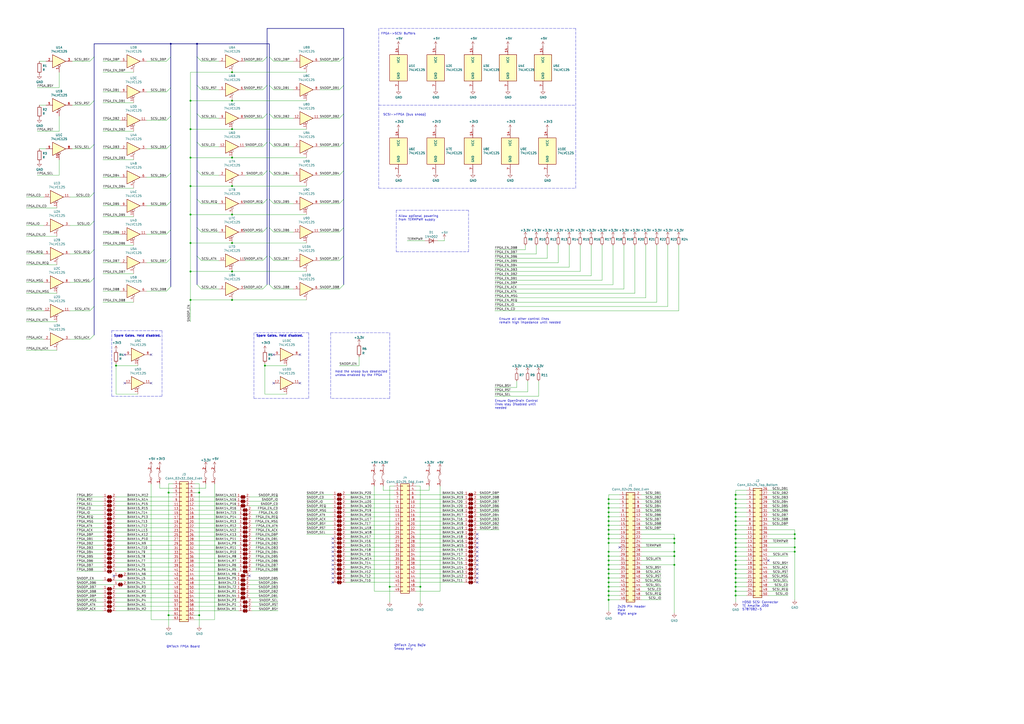
<source format=kicad_sch>
(kicad_sch (version 20211123) (generator eeschema)
  (paper "A2")
  (junction (at 110.49 58.42))
  (junction (at 353.06 304.8))
  (junction (at 134.62 157.48))
  (junction (at 391.16 320.04))
  (junction (at 353.06 299.72))
  (junction (at 353.06 340.36))
  (junction (at 353.06 307.34))
  (junction (at 353.06 322.58))
  (junction (at 353.06 302.26))
  (junction (at 115.57 285.75))
  (junction (at 353.06 347.98))
  (junction (at 426.72 312.42))
  (junction (at 353.06 297.18))
  (junction (at 426.72 332.74))
  (junction (at 353.06 335.28))
  (junction (at 134.62 140.97))
  (junction (at 353.06 289.56))
  (junction (at 353.06 312.42))
  (junction (at 353.06 327.66))
  (junction (at 110.49 173.99))
  (junction (at 461.01 317.5))
  (junction (at 426.72 302.26))
  (junction (at 426.72 322.58))
  (junction (at 110.49 107.95))
  (junction (at 110.49 124.46))
  (junction (at 114.3 25.4))
  (junction (at 426.72 314.96))
  (junction (at 134.62 107.95))
  (junction (at 110.49 74.93))
  (junction (at 426.72 320.04))
  (junction (at 353.06 330.2))
  (junction (at 426.72 309.88))
  (junction (at 426.72 330.2))
  (junction (at 426.72 297.18))
  (junction (at 115.57 356.87))
  (junction (at 426.72 345.44))
  (junction (at 134.62 124.46))
  (junction (at 353.06 325.12))
  (junction (at 110.49 140.97))
  (junction (at 461.01 320.04))
  (junction (at 391.16 327.66))
  (junction (at 97.79 285.75))
  (junction (at 461.01 309.88))
  (junction (at 134.62 91.44))
  (junction (at 99.06 25.4))
  (junction (at 426.72 337.82))
  (junction (at 391.16 312.42))
  (junction (at 353.06 345.44))
  (junction (at 67.31 212.09))
  (junction (at 110.49 91.44))
  (junction (at 426.72 287.02))
  (junction (at 426.72 307.34))
  (junction (at 426.72 299.72))
  (junction (at 353.06 294.64))
  (junction (at 426.72 292.1))
  (junction (at 353.06 342.9))
  (junction (at 353.06 314.96))
  (junction (at 426.72 325.12))
  (junction (at 426.72 294.64))
  (junction (at 243.84 340.36))
  (junction (at 426.72 304.8))
  (junction (at 134.62 41.91))
  (junction (at 461.01 312.42))
  (junction (at 426.72 327.66))
  (junction (at 134.62 74.93))
  (junction (at 153.67 212.09))
  (junction (at 426.72 289.56))
  (junction (at 426.72 342.9))
  (junction (at 353.06 309.88))
  (junction (at 110.49 157.48))
  (junction (at 426.72 335.28))
  (junction (at 226.06 340.36))
  (junction (at 426.72 317.5))
  (junction (at 353.06 332.74))
  (junction (at 391.16 322.58))
  (junction (at 97.79 356.87))
  (junction (at 353.06 292.1))
  (junction (at 353.06 320.04))
  (junction (at 134.62 58.42))
  (junction (at 391.16 314.96))
  (junction (at 134.62 173.99))
  (junction (at 426.72 340.36))
  (junction (at 353.06 337.82))
  (no_connect (at 158.75 205.74))
  (no_connect (at 158.75 222.25))
  (no_connect (at 87.63 222.25))
  (no_connect (at 72.39 222.25))
  (no_connect (at 72.39 205.74))
  (no_connect (at 87.63 205.74))
  (no_connect (at 173.99 205.74))
  (no_connect (at 173.99 222.25))
  (no_connect (at 359.41 317.5))
  (no_connect (at 445.77 325.12))
  (no_connect (at 66.04 334.01))
  (no_connect (at 144.78 334.01))
  (no_connect (at 193.04 330.2))
  (no_connect (at 193.04 332.74))
  (no_connect (at 193.04 335.28))
  (no_connect (at 193.04 337.82))
  (no_connect (at 276.86 309.88))
  (no_connect (at 276.86 317.5))
  (no_connect (at 276.86 314.96))
  (no_connect (at 276.86 312.42))
  (no_connect (at 276.86 330.2))
  (no_connect (at 276.86 327.66))
  (no_connect (at 276.86 325.12))
  (no_connect (at 276.86 337.82))
  (no_connect (at 276.86 335.28))
  (no_connect (at 276.86 332.74))
  (no_connect (at 276.86 322.58))
  (no_connect (at 276.86 320.04))
  (no_connect (at 193.04 312.42))
  (no_connect (at 193.04 314.96))
  (no_connect (at 193.04 322.58))
  (no_connect (at 193.04 325.12))
  (no_connect (at 193.04 327.66))
  (no_connect (at 193.04 317.5))
  (no_connect (at 193.04 320.04))
  (bus_entry (at 52.07 60.96) (size 2.54 -2.54))
  (bus_entry (at 158.75 118.11) (size -2.54 -2.54))
  (bus_entry (at 116.84 118.11) (size -2.54 -2.54))
  (bus_entry (at 116.84 68.58) (size -2.54 -2.54))
  (bus_entry (at 196.85 134.62) (size 2.54 -2.54))
  (bus_entry (at 96.52 86.36) (size 2.54 -2.54))
  (bus_entry (at 52.07 180.34) (size 2.54 -2.54))
  (bus_entry (at 158.75 134.62) (size -2.54 -2.54))
  (bus_entry (at 116.84 52.07) (size -2.54 -2.54))
  (bus_entry (at 196.85 151.13) (size 2.54 -2.54))
  (bus_entry (at 158.75 101.6) (size -2.54 -2.54))
  (bus_entry (at 152.4 134.62) (size 2.54 -2.54))
  (bus_entry (at 116.84 85.09) (size -2.54 -2.54))
  (bus_entry (at 196.85 85.09) (size 2.54 -2.54))
  (bus_entry (at 152.4 118.11) (size 2.54 -2.54))
  (bus_entry (at 158.75 68.58) (size -2.54 -2.54))
  (bus_entry (at 158.75 52.07) (size -2.54 -2.54))
  (bus_entry (at 196.85 68.58) (size 2.54 -2.54))
  (bus_entry (at 96.52 168.91) (size 2.54 -2.54))
  (bus_entry (at 52.07 147.32) (size 2.54 -2.54))
  (bus_entry (at 116.84 167.64) (size -2.54 -2.54))
  (bus_entry (at 116.84 35.56) (size -2.54 -2.54))
  (bus_entry (at 152.4 167.64) (size 2.54 -2.54))
  (bus_entry (at 52.07 196.85) (size 2.54 -2.54))
  (bus_entry (at 96.52 69.85) (size 2.54 -2.54))
  (bus_entry (at 96.52 53.34) (size 2.54 -2.54))
  (bus_entry (at 158.75 85.09) (size -2.54 -2.54))
  (bus_entry (at 196.85 52.07) (size 2.54 -2.54))
  (bus_entry (at 196.85 35.56) (size 2.54 -2.54))
  (bus_entry (at 152.4 151.13) (size 2.54 -2.54))
  (bus_entry (at 152.4 101.6) (size 2.54 -2.54))
  (bus_entry (at 96.52 152.4) (size 2.54 -2.54))
  (bus_entry (at 158.75 167.64) (size -2.54 -2.54))
  (bus_entry (at 52.07 35.56) (size 2.54 -2.54))
  (bus_entry (at 52.07 130.81) (size 2.54 -2.54))
  (bus_entry (at 116.84 151.13) (size -2.54 -2.54))
  (bus_entry (at 152.4 35.56) (size 2.54 -2.54))
  (bus_entry (at 152.4 52.07) (size 2.54 -2.54))
  (bus_entry (at 52.07 86.36) (size 2.54 -2.54))
  (bus_entry (at 52.07 163.83) (size 2.54 -2.54))
  (bus_entry (at 96.52 135.89) (size 2.54 -2.54))
  (bus_entry (at 152.4 68.58) (size 2.54 -2.54))
  (bus_entry (at 158.75 151.13) (size -2.54 -2.54))
  (bus_entry (at 158.75 35.56) (size -2.54 -2.54))
  (bus_entry (at 196.85 101.6) (size 2.54 -2.54))
  (bus_entry (at 96.52 102.87) (size 2.54 -2.54))
  (bus_entry (at 116.84 134.62) (size -2.54 -2.54))
  (bus_entry (at 52.07 114.3) (size 2.54 -2.54))
  (bus_entry (at 196.85 118.11) (size 2.54 -2.54))
  (bus_entry (at 116.84 101.6) (size -2.54 -2.54))
  (bus_entry (at 96.52 35.56) (size 2.54 -2.54))
  (bus_entry (at 196.85 167.64) (size 2.54 -2.54))
  (bus_entry (at 152.4 85.09) (size 2.54 -2.54))
  (bus_entry (at 96.52 119.38) (size 2.54 -2.54))
  (bus (pts (xy 199.39 66.04) (xy 199.39 82.55)))
  (bus (pts (xy 154.94 115.57) (xy 154.94 132.08)))
  (wire (pts (xy 115.57 356.87) (xy 115.57 285.75)))
  (wire (pts (xy 445.77 337.82) (xy 457.2 337.82)))
  (wire (pts (xy 391.16 312.42) (xy 391.16 309.88)))
  (wire (pts (xy 67.31 341.63) (xy 100.33 341.63)))
  (wire (pts (xy 59.69 351.79) (xy 44.45 351.79)))
  (wire (pts (xy 372.11 325.12) (xy 383.54 325.12)))
  (wire (pts (xy 25.4 114.3) (xy 15.24 114.3)))
  (wire (pts (xy 177.8 107.95) (xy 134.62 107.95)))
  (wire (pts (xy 228.6 342.9) (xy 217.17 342.9)))
  (wire (pts (xy 372.11 307.34) (xy 383.54 307.34)))
  (wire (pts (xy 241.3 332.74) (xy 269.24 332.74)))
  (wire (pts (xy 146.05 351.79) (xy 161.29 351.79)))
  (wire (pts (xy 426.72 312.42) (xy 426.72 309.88)))
  (wire (pts (xy 381 175.26) (xy 381 142.24)))
  (wire (pts (xy 200.66 317.5) (xy 228.6 317.5)))
  (wire (pts (xy 276.86 307.34) (xy 289.56 307.34)))
  (bus (pts (xy 156.21 115.57) (xy 156.21 132.08)))
  (wire (pts (xy 100.33 359.41) (xy 87.63 359.41)))
  (wire (pts (xy 372.11 314.96) (xy 391.16 314.96)))
  (wire (pts (xy 461.01 312.42) (xy 461.01 317.5)))
  (wire (pts (xy 113.03 298.45) (xy 138.43 298.45)))
  (wire (pts (xy 161.29 354.33) (xy 146.05 354.33)))
  (wire (pts (xy 200.66 307.34) (xy 228.6 307.34)))
  (wire (pts (xy 426.72 325.12) (xy 426.72 322.58)))
  (wire (pts (xy 353.06 330.2) (xy 359.41 330.2)))
  (bus (pts (xy 54.61 161.29) (xy 54.61 177.8)))
  (wire (pts (xy 241.3 340.36) (xy 243.84 340.36)))
  (wire (pts (xy 22.86 35.56) (xy 26.67 35.56)))
  (wire (pts (xy 59.69 326.39) (xy 44.45 326.39)))
  (wire (pts (xy 196.85 118.11) (xy 185.42 118.11)))
  (wire (pts (xy 426.72 302.26) (xy 426.72 299.72)))
  (wire (pts (xy 113.03 323.85) (xy 138.43 323.85)))
  (wire (pts (xy 158.75 35.56) (xy 170.18 35.56)))
  (bus (pts (xy 156.21 49.53) (xy 156.21 66.04)))
  (wire (pts (xy 241.3 330.2) (xy 269.24 330.2)))
  (wire (pts (xy 426.72 299.72) (xy 426.72 297.18)))
  (wire (pts (xy 200.66 332.74) (xy 228.6 332.74)))
  (bus (pts (xy 114.3 25.4) (xy 156.21 25.4)))
  (wire (pts (xy 144.78 346.71) (xy 161.29 346.71)))
  (wire (pts (xy 146.05 295.91) (xy 161.29 295.91)))
  (wire (pts (xy 73.66 334.01) (xy 100.33 334.01)))
  (wire (pts (xy 34.29 92.71) (xy 34.29 101.6)))
  (wire (pts (xy 353.06 335.28) (xy 359.41 335.28)))
  (wire (pts (xy 113.03 295.91) (xy 138.43 295.91)))
  (wire (pts (xy 445.77 299.72) (xy 457.2 299.72)))
  (wire (pts (xy 177.8 299.72) (xy 193.04 299.72)))
  (wire (pts (xy 374.65 172.72) (xy 374.65 142.24)))
  (wire (pts (xy 196.85 134.62) (xy 185.42 134.62)))
  (wire (pts (xy 353.06 327.66) (xy 359.41 327.66)))
  (wire (pts (xy 353.06 312.42) (xy 359.41 312.42)))
  (wire (pts (xy 134.62 173.99) (xy 110.49 173.99)))
  (bus (pts (xy 199.39 115.57) (xy 199.39 132.08)))
  (wire (pts (xy 67.31 303.53) (xy 100.33 303.53)))
  (wire (pts (xy 59.69 175.26) (xy 77.47 175.26)))
  (bus (pts (xy 99.06 25.4) (xy 114.3 25.4)))
  (wire (pts (xy 461.01 307.34) (xy 461.01 309.88)))
  (wire (pts (xy 196.85 52.07) (xy 185.42 52.07)))
  (wire (pts (xy 113.03 349.25) (xy 138.43 349.25)))
  (wire (pts (xy 287.02 157.48) (xy 336.55 157.48)))
  (wire (pts (xy 67.31 313.69) (xy 100.33 313.69)))
  (wire (pts (xy 67.31 298.45) (xy 100.33 298.45)))
  (bus (pts (xy 114.3 25.4) (xy 114.3 33.02)))
  (wire (pts (xy 158.75 68.58) (xy 170.18 68.58)))
  (wire (pts (xy 353.06 314.96) (xy 359.41 314.96)))
  (wire (pts (xy 67.31 328.93) (xy 100.33 328.93)))
  (wire (pts (xy 372.11 312.42) (xy 391.16 312.42)))
  (wire (pts (xy 353.06 287.02) (xy 353.06 289.56)))
  (wire (pts (xy 372.11 335.28) (xy 383.54 335.28)))
  (wire (pts (xy 241.3 314.96) (xy 269.24 314.96)))
  (wire (pts (xy 241.3 322.58) (xy 269.24 322.58)))
  (wire (pts (xy 287.02 154.94) (xy 330.2 154.94)))
  (polyline (pts (xy 219.71 60.96) (xy 334.01 60.96)))
  (wire (pts (xy 426.72 307.34) (xy 426.72 304.8)))
  (wire (pts (xy 306.07 220.98) (xy 306.07 227.33)))
  (wire (pts (xy 113.03 300.99) (xy 138.43 300.99)))
  (wire (pts (xy 445.77 340.36) (xy 457.2 340.36)))
  (wire (pts (xy 257.81 139.7) (xy 257.81 138.43)))
  (wire (pts (xy 113.03 311.15) (xy 138.43 311.15)))
  (wire (pts (xy 200.66 330.2) (xy 228.6 330.2)))
  (polyline (pts (xy 191.77 193.04) (xy 226.06 193.04)))
  (wire (pts (xy 445.77 330.2) (xy 457.2 330.2)))
  (bus (pts (xy 99.06 33.02) (xy 99.06 50.8)))
  (wire (pts (xy 85.09 168.91) (xy 96.52 168.91)))
  (wire (pts (xy 426.72 345.44) (xy 433.07 345.44)))
  (wire (pts (xy 353.06 299.72) (xy 359.41 299.72)))
  (wire (pts (xy 152.4 134.62) (xy 142.24 134.62)))
  (wire (pts (xy 59.69 331.47) (xy 44.45 331.47)))
  (wire (pts (xy 353.06 307.34) (xy 353.06 309.88)))
  (wire (pts (xy 44.45 344.17) (xy 59.69 344.17)))
  (wire (pts (xy 34.29 41.91) (xy 34.29 50.8)))
  (wire (pts (xy 353.06 297.18) (xy 353.06 299.72)))
  (wire (pts (xy 67.31 323.85) (xy 100.33 323.85)))
  (wire (pts (xy 426.72 312.42) (xy 433.07 312.42)))
  (wire (pts (xy 426.72 287.02) (xy 426.72 284.48)))
  (wire (pts (xy 67.31 318.77) (xy 100.33 318.77)))
  (wire (pts (xy 177.8 41.91) (xy 134.62 41.91)))
  (wire (pts (xy 426.72 332.74) (xy 426.72 330.2)))
  (wire (pts (xy 276.86 299.72) (xy 289.56 299.72)))
  (wire (pts (xy 33.02 137.16) (xy 15.24 137.16)))
  (wire (pts (xy 110.49 107.95) (xy 110.49 124.46)))
  (wire (pts (xy 426.72 297.18) (xy 433.07 297.18)))
  (wire (pts (xy 372.11 294.64) (xy 383.54 294.64)))
  (wire (pts (xy 372.11 347.98) (xy 383.54 347.98)))
  (wire (pts (xy 287.02 180.34) (xy 393.7 180.34)))
  (wire (pts (xy 276.86 292.1) (xy 289.56 292.1)))
  (wire (pts (xy 426.72 337.82) (xy 433.07 337.82)))
  (bus (pts (xy 154.94 148.59) (xy 154.94 165.1)))
  (wire (pts (xy 44.45 293.37) (xy 59.69 293.37)))
  (wire (pts (xy 353.06 307.34) (xy 359.41 307.34)))
  (wire (pts (xy 241.3 294.64) (xy 269.24 294.64)))
  (wire (pts (xy 113.03 328.93) (xy 138.43 328.93)))
  (wire (pts (xy 353.06 325.12) (xy 353.06 327.66)))
  (wire (pts (xy 44.45 295.91) (xy 59.69 295.91)))
  (wire (pts (xy 166.37 228.6) (xy 153.67 228.6)))
  (wire (pts (xy 59.69 306.07) (xy 44.45 306.07)))
  (wire (pts (xy 287.02 149.86) (xy 317.5 149.86)))
  (wire (pts (xy 137.16 290.83) (xy 113.03 290.83)))
  (wire (pts (xy 152.4 167.64) (xy 142.24 167.64)))
  (wire (pts (xy 353.06 340.36) (xy 359.41 340.36)))
  (wire (pts (xy 59.69 35.56) (xy 69.85 35.56)))
  (wire (pts (xy 134.62 91.44) (xy 110.49 91.44)))
  (wire (pts (xy 426.72 289.56) (xy 426.72 287.02)))
  (wire (pts (xy 287.02 224.79) (xy 299.72 224.79)))
  (wire (pts (xy 85.09 152.4) (xy 96.52 152.4)))
  (wire (pts (xy 241.3 299.72) (xy 269.24 299.72)))
  (wire (pts (xy 226.06 340.36) (xy 226.06 281.94)))
  (wire (pts (xy 287.02 165.1) (xy 355.6 165.1)))
  (polyline (pts (xy 226.06 193.04) (xy 226.06 231.14)))
  (wire (pts (xy 59.69 102.87) (xy 69.85 102.87)))
  (wire (pts (xy 241.3 327.66) (xy 269.24 327.66)))
  (wire (pts (xy 44.45 318.77) (xy 59.69 318.77)))
  (wire (pts (xy 113.03 354.33) (xy 138.43 354.33)))
  (wire (pts (xy 391.16 322.58) (xy 391.16 327.66)))
  (wire (pts (xy 52.07 86.36) (xy 41.91 86.36)))
  (wire (pts (xy 426.72 284.48) (xy 433.07 284.48)))
  (wire (pts (xy 134.62 58.42) (xy 110.49 58.42)))
  (wire (pts (xy 445.77 335.28) (xy 457.2 335.28)))
  (wire (pts (xy 330.2 154.94) (xy 330.2 142.24)))
  (wire (pts (xy 426.72 317.5) (xy 426.72 314.96)))
  (wire (pts (xy 67.31 306.07) (xy 100.33 306.07)))
  (wire (pts (xy 67.31 288.29) (xy 100.33 288.29)))
  (wire (pts (xy 276.86 297.18) (xy 289.56 297.18)))
  (wire (pts (xy 241.3 289.56) (xy 269.24 289.56)))
  (bus (pts (xy 154.94 49.53) (xy 154.94 66.04)))
  (wire (pts (xy 426.72 294.64) (xy 426.72 292.1)))
  (wire (pts (xy 391.16 327.66) (xy 391.16 355.6)))
  (wire (pts (xy 25.4 180.34) (xy 15.24 180.34)))
  (wire (pts (xy 372.11 299.72) (xy 383.54 299.72)))
  (wire (pts (xy 67.31 321.31) (xy 100.33 321.31)))
  (wire (pts (xy 196.85 68.58) (xy 185.42 68.58)))
  (wire (pts (xy 353.06 340.36) (xy 353.06 342.9)))
  (wire (pts (xy 426.72 309.88) (xy 433.07 309.88)))
  (bus (pts (xy 154.94 16.51) (xy 199.39 16.51)))
  (wire (pts (xy 353.06 292.1) (xy 359.41 292.1)))
  (wire (pts (xy 40.64 147.32) (xy 52.07 147.32)))
  (wire (pts (xy 40.64 130.81) (xy 52.07 130.81)))
  (wire (pts (xy 161.29 349.25) (xy 146.05 349.25)))
  (wire (pts (xy 200.66 299.72) (xy 228.6 299.72)))
  (wire (pts (xy 80.01 228.6) (xy 67.31 228.6)))
  (wire (pts (xy 353.06 330.2) (xy 353.06 332.74)))
  (wire (pts (xy 59.69 158.75) (xy 77.47 158.75)))
  (wire (pts (xy 153.67 228.6) (xy 153.67 212.09)))
  (wire (pts (xy 67.31 346.71) (xy 100.33 346.71)))
  (wire (pts (xy 200.66 325.12) (xy 228.6 325.12)))
  (wire (pts (xy 25.4 163.83) (xy 15.24 163.83)))
  (wire (pts (xy 113.03 306.07) (xy 138.43 306.07)))
  (bus (pts (xy 99.06 116.84) (xy 99.06 133.35)))
  (wire (pts (xy 44.45 339.09) (xy 66.04 339.09)))
  (bus (pts (xy 54.61 58.42) (xy 54.61 83.82)))
  (wire (pts (xy 426.72 287.02) (xy 433.07 287.02)))
  (wire (pts (xy 113.03 359.41) (xy 124.46 359.41)))
  (wire (pts (xy 353.06 337.82) (xy 353.06 340.36)))
  (wire (pts (xy 287.02 175.26) (xy 381 175.26)))
  (wire (pts (xy 59.69 76.2) (xy 77.47 76.2)))
  (wire (pts (xy 372.11 289.56) (xy 383.54 289.56)))
  (wire (pts (xy 158.75 101.6) (xy 170.18 101.6)))
  (wire (pts (xy 115.57 280.67) (xy 113.03 280.67)))
  (wire (pts (xy 287.02 147.32) (xy 311.15 147.32)))
  (wire (pts (xy 73.66 339.09) (xy 100.33 339.09)))
  (wire (pts (xy 372.11 292.1) (xy 383.54 292.1)))
  (bus (pts (xy 199.39 148.59) (xy 199.39 165.1)))
  (wire (pts (xy 372.11 330.2) (xy 383.54 330.2)))
  (wire (pts (xy 372.11 337.82) (xy 383.54 337.82)))
  (wire (pts (xy 177.8 173.99) (xy 134.62 173.99)))
  (polyline (pts (xy 147.32 193.04) (xy 147.32 231.14)))
  (wire (pts (xy 59.69 69.85) (xy 69.85 69.85)))
  (wire (pts (xy 353.06 294.64) (xy 359.41 294.64)))
  (wire (pts (xy 67.31 336.55) (xy 100.33 336.55)))
  (wire (pts (xy 110.49 74.93) (xy 110.49 91.44)))
  (wire (pts (xy 67.31 293.37) (xy 100.33 293.37)))
  (wire (pts (xy 445.77 287.02) (xy 457.2 287.02)))
  (wire (pts (xy 116.84 167.64) (xy 127 167.64)))
  (wire (pts (xy 287.02 172.72) (xy 374.65 172.72)))
  (wire (pts (xy 226.06 340.36) (xy 228.6 340.36)))
  (wire (pts (xy 226.06 349.25) (xy 226.06 340.36)))
  (wire (pts (xy 113.03 313.69) (xy 138.43 313.69)))
  (wire (pts (xy 353.06 322.58) (xy 359.41 322.58)))
  (wire (pts (xy 353.06 289.56) (xy 353.06 292.1)))
  (wire (pts (xy 116.84 35.56) (xy 127 35.56)))
  (wire (pts (xy 353.06 312.42) (xy 353.06 314.96)))
  (wire (pts (xy 372.11 320.04) (xy 391.16 320.04)))
  (wire (pts (xy 426.72 304.8) (xy 433.07 304.8)))
  (wire (pts (xy 177.8 91.44) (xy 134.62 91.44)))
  (wire (pts (xy 113.03 344.17) (xy 137.16 344.17)))
  (wire (pts (xy 426.72 335.28) (xy 433.07 335.28)))
  (wire (pts (xy 177.8 74.93) (xy 134.62 74.93)))
  (bus (pts (xy 54.61 25.4) (xy 99.06 25.4)))
  (wire (pts (xy 113.03 308.61) (xy 138.43 308.61)))
  (bus (pts (xy 54.61 111.76) (xy 54.61 128.27)))
  (wire (pts (xy 144.78 293.37) (xy 161.29 293.37)))
  (bus (pts (xy 114.3 66.04) (xy 114.3 82.55)))
  (wire (pts (xy 355.6 165.1) (xy 355.6 142.24)))
  (wire (pts (xy 69.85 53.34) (xy 59.69 53.34)))
  (wire (pts (xy 158.75 167.64) (xy 170.18 167.64)))
  (wire (pts (xy 15.24 203.2) (xy 33.02 203.2)))
  (wire (pts (xy 110.49 91.44) (xy 110.49 107.95)))
  (wire (pts (xy 241.3 307.34) (xy 269.24 307.34)))
  (wire (pts (xy 134.62 41.91) (xy 110.49 41.91)))
  (wire (pts (xy 67.31 308.61) (xy 100.33 308.61)))
  (wire (pts (xy 115.57 285.75) (xy 115.57 280.67)))
  (wire (pts (xy 200.66 309.88) (xy 228.6 309.88)))
  (wire (pts (xy 59.69 86.36) (xy 69.85 86.36)))
  (wire (pts (xy 287.02 170.18) (xy 368.3 170.18)))
  (polyline (pts (xy 334.01 109.22) (xy 334.01 16.51)))
  (wire (pts (xy 100.33 356.87) (xy 97.79 356.87)))
  (wire (pts (xy 226.06 281.94) (xy 228.6 281.94)))
  (bus (pts (xy 54.61 128.27) (xy 54.61 144.78)))
  (wire (pts (xy 116.84 101.6) (xy 127 101.6)))
  (bus (pts (xy 156.21 148.59) (xy 156.21 165.1)))
  (wire (pts (xy 44.45 323.85) (xy 59.69 323.85)))
  (wire (pts (xy 116.84 134.62) (xy 127 134.62)))
  (wire (pts (xy 248.92 284.48) (xy 248.92 281.94)))
  (polyline (pts (xy 93.98 191.77) (xy 93.98 229.87)))
  (wire (pts (xy 34.29 67.31) (xy 34.29 76.2)))
  (wire (pts (xy 67.31 300.99) (xy 100.33 300.99)))
  (bus (pts (xy 199.39 33.02) (xy 199.39 49.53)))
  (wire (pts (xy 391.16 314.96) (xy 391.16 312.42)))
  (wire (pts (xy 158.75 85.09) (xy 170.18 85.09)))
  (wire (pts (xy 353.06 322.58) (xy 353.06 325.12)))
  (wire (pts (xy 113.03 331.47) (xy 138.43 331.47)))
  (wire (pts (xy 67.31 354.33) (xy 100.33 354.33)))
  (wire (pts (xy 152.4 68.58) (xy 142.24 68.58)))
  (wire (pts (xy 287.02 167.64) (xy 361.95 167.64)))
  (wire (pts (xy 25.4 147.32) (xy 15.24 147.32)))
  (wire (pts (xy 113.03 351.79) (xy 138.43 351.79)))
  (bus (pts (xy 114.3 148.59) (xy 114.3 165.1)))
  (wire (pts (xy 287.02 162.56) (xy 349.25 162.56)))
  (wire (pts (xy 44.45 303.53) (xy 59.69 303.53)))
  (wire (pts (xy 353.06 314.96) (xy 353.06 320.04)))
  (wire (pts (xy 372.11 287.02) (xy 383.54 287.02)))
  (wire (pts (xy 304.8 144.78) (xy 304.8 142.24)))
  (wire (pts (xy 445.77 327.66) (xy 457.2 327.66)))
  (wire (pts (xy 44.45 349.25) (xy 59.69 349.25)))
  (wire (pts (xy 40.64 163.83) (xy 52.07 163.83)))
  (wire (pts (xy 353.06 325.12) (xy 359.41 325.12)))
  (wire (pts (xy 67.31 212.09) (xy 67.31 210.82)))
  (wire (pts (xy 34.29 101.6) (xy 21.59 101.6)))
  (wire (pts (xy 445.77 345.44) (xy 457.2 345.44)))
  (wire (pts (xy 33.02 170.18) (xy 15.24 170.18)))
  (wire (pts (xy 353.06 345.44) (xy 359.41 345.44)))
  (wire (pts (xy 372.11 340.36) (xy 383.54 340.36)))
  (wire (pts (xy 44.45 313.69) (xy 59.69 313.69)))
  (wire (pts (xy 372.11 322.58) (xy 391.16 322.58)))
  (wire (pts (xy 353.06 320.04) (xy 359.41 320.04)))
  (wire (pts (xy 353.06 309.88) (xy 359.41 309.88)))
  (wire (pts (xy 287.02 160.02) (xy 342.9 160.02)))
  (wire (pts (xy 113.03 303.53) (xy 138.43 303.53)))
  (wire (pts (xy 359.41 287.02) (xy 353.06 287.02)))
  (wire (pts (xy 196.85 101.6) (xy 185.42 101.6)))
  (wire (pts (xy 243.84 349.25) (xy 243.84 340.36)))
  (wire (pts (xy 144.78 344.17) (xy 161.29 344.17)))
  (wire (pts (xy 243.84 340.36) (xy 243.84 281.94)))
  (wire (pts (xy 241.3 320.04) (xy 269.24 320.04)))
  (wire (pts (xy 342.9 160.02) (xy 342.9 142.24)))
  (wire (pts (xy 67.31 349.25) (xy 100.33 349.25)))
  (wire (pts (xy 177.8 294.64) (xy 193.04 294.64)))
  (bus (pts (xy 114.3 132.08) (xy 114.3 148.59)))
  (wire (pts (xy 59.69 168.91) (xy 69.85 168.91)))
  (wire (pts (xy 158.75 134.62) (xy 170.18 134.62)))
  (wire (pts (xy 110.49 157.48) (xy 110.49 173.99)))
  (wire (pts (xy 426.72 292.1) (xy 426.72 289.56)))
  (wire (pts (xy 445.77 292.1) (xy 457.2 292.1)))
  (wire (pts (xy 161.29 313.69) (xy 146.05 313.69)))
  (wire (pts (xy 461.01 317.5) (xy 461.01 320.04)))
  (wire (pts (xy 110.49 173.99) (xy 110.49 186.69)))
  (wire (pts (xy 152.4 101.6) (xy 142.24 101.6)))
  (wire (pts (xy 33.02 120.65) (xy 15.24 120.65)))
  (wire (pts (xy 426.72 327.66) (xy 433.07 327.66)))
  (bus (pts (xy 54.61 33.02) (xy 54.61 58.42)))
  (wire (pts (xy 287.02 152.4) (xy 323.85 152.4)))
  (wire (pts (xy 241.3 287.02) (xy 269.24 287.02)))
  (wire (pts (xy 85.09 102.87) (xy 96.52 102.87)))
  (polyline (pts (xy 229.87 121.92) (xy 229.87 146.05)))
  (wire (pts (xy 124.46 359.41) (xy 124.46 280.67)))
  (wire (pts (xy 445.77 289.56) (xy 457.2 289.56)))
  (wire (pts (xy 200.66 335.28) (xy 228.6 335.28)))
  (bus (pts (xy 99.06 25.4) (xy 99.06 33.02)))
  (wire (pts (xy 445.77 284.48) (xy 457.2 284.48)))
  (wire (pts (xy 426.72 345.44) (xy 426.72 342.9)))
  (wire (pts (xy 368.3 170.18) (xy 368.3 142.24)))
  (wire (pts (xy 113.03 321.31) (xy 138.43 321.31)))
  (wire (pts (xy 113.03 288.29) (xy 137.16 288.29)))
  (wire (pts (xy 110.49 58.42) (xy 110.49 74.93)))
  (wire (pts (xy 134.62 140.97) (xy 110.49 140.97)))
  (polyline (pts (xy 147.32 231.14) (xy 179.07 231.14)))
  (wire (pts (xy 177.8 140.97) (xy 134.62 140.97)))
  (bus (pts (xy 154.94 33.02) (xy 154.94 49.53)))
  (bus (pts (xy 156.21 66.04) (xy 156.21 82.55)))
  (wire (pts (xy 67.31 351.79) (xy 100.33 351.79)))
  (wire (pts (xy 353.06 299.72) (xy 353.06 302.26)))
  (wire (pts (xy 241.3 317.5) (xy 269.24 317.5)))
  (wire (pts (xy 59.69 152.4) (xy 69.85 152.4)))
  (wire (pts (xy 445.77 309.88) (xy 461.01 309.88)))
  (wire (pts (xy 426.72 304.8) (xy 426.72 302.26)))
  (wire (pts (xy 158.75 118.11) (xy 170.18 118.11)))
  (wire (pts (xy 287.02 177.8) (xy 387.35 177.8)))
  (wire (pts (xy 44.45 298.45) (xy 59.69 298.45)))
  (wire (pts (xy 391.16 320.04) (xy 391.16 314.96)))
  (wire (pts (xy 59.69 119.38) (xy 69.85 119.38)))
  (bus (pts (xy 54.61 25.4) (xy 54.61 33.02)))
  (wire (pts (xy 353.06 294.64) (xy 353.06 297.18)))
  (wire (pts (xy 241.3 342.9) (xy 255.27 342.9)))
  (wire (pts (xy 196.85 35.56) (xy 185.42 35.56)))
  (wire (pts (xy 152.4 35.56) (xy 142.24 35.56)))
  (bus (pts (xy 199.39 82.55) (xy 199.39 99.06)))
  (wire (pts (xy 426.72 320.04) (xy 433.07 320.04)))
  (wire (pts (xy 177.8 292.1) (xy 193.04 292.1)))
  (wire (pts (xy 158.75 52.07) (xy 170.18 52.07)))
  (wire (pts (xy 153.67 212.09) (xy 153.67 210.82)))
  (bus (pts (xy 154.94 99.06) (xy 154.94 115.57)))
  (polyline (pts (xy 64.77 191.77) (xy 93.98 191.77)))
  (wire (pts (xy 349.25 162.56) (xy 349.25 142.24)))
  (wire (pts (xy 200.66 322.58) (xy 228.6 322.58)))
  (wire (pts (xy 445.77 294.64) (xy 457.2 294.64)))
  (wire (pts (xy 196.85 151.13) (xy 185.42 151.13)))
  (wire (pts (xy 137.16 341.63) (xy 113.03 341.63)))
  (wire (pts (xy 445.77 317.5) (xy 461.01 317.5)))
  (wire (pts (xy 445.77 302.26) (xy 457.2 302.26)))
  (wire (pts (xy 276.86 302.26) (xy 289.56 302.26)))
  (wire (pts (xy 426.72 349.25) (xy 426.72 345.44)))
  (wire (pts (xy 445.77 304.8) (xy 457.2 304.8)))
  (wire (pts (xy 255.27 342.9) (xy 255.27 281.94)))
  (wire (pts (xy 44.45 308.61) (xy 59.69 308.61)))
  (wire (pts (xy 85.09 53.34) (xy 96.52 53.34)))
  (bus (pts (xy 99.06 100.33) (xy 99.06 116.84)))
  (wire (pts (xy 67.31 228.6) (xy 67.31 212.09)))
  (wire (pts (xy 196.85 85.09) (xy 185.42 85.09)))
  (wire (pts (xy 113.03 316.23) (xy 138.43 316.23)))
  (wire (pts (xy 353.06 292.1) (xy 353.06 294.64)))
  (wire (pts (xy 353.06 347.98) (xy 359.41 347.98)))
  (wire (pts (xy 287.02 227.33) (xy 306.07 227.33)))
  (bus (pts (xy 199.39 132.08) (xy 199.39 148.59)))
  (wire (pts (xy 387.35 177.8) (xy 387.35 142.24)))
  (bus (pts (xy 99.06 83.82) (xy 99.06 100.33)))
  (wire (pts (xy 134.62 107.95) (xy 110.49 107.95)))
  (wire (pts (xy 445.77 307.34) (xy 461.01 307.34)))
  (wire (pts (xy 200.66 327.66) (xy 228.6 327.66)))
  (wire (pts (xy 67.31 316.23) (xy 100.33 316.23)))
  (wire (pts (xy 59.69 125.73) (xy 77.47 125.73)))
  (wire (pts (xy 353.06 327.66) (xy 353.06 330.2)))
  (wire (pts (xy 391.16 322.58) (xy 391.16 320.04)))
  (wire (pts (xy 144.78 290.83) (xy 161.29 290.83)))
  (wire (pts (xy 80.01 212.09) (xy 67.31 212.09)))
  (wire (pts (xy 134.62 74.93) (xy 110.49 74.93)))
  (wire (pts (xy 115.57 363.22) (xy 115.57 356.87)))
  (wire (pts (xy 44.45 328.93) (xy 59.69 328.93)))
  (wire (pts (xy 146.05 326.39) (xy 161.29 326.39)))
  (wire (pts (xy 200.66 287.02) (xy 228.6 287.02)))
  (wire (pts (xy 144.78 339.09) (xy 161.29 339.09)))
  (bus (pts (xy 99.06 50.8) (xy 99.06 67.31)))
  (wire (pts (xy 177.8 287.02) (xy 193.04 287.02)))
  (wire (pts (xy 177.8 289.56) (xy 193.04 289.56)))
  (wire (pts (xy 22.86 60.96) (xy 26.67 60.96)))
  (wire (pts (xy 67.31 290.83) (xy 100.33 290.83)))
  (wire (pts (xy 426.72 289.56) (xy 433.07 289.56)))
  (wire (pts (xy 241.3 312.42) (xy 269.24 312.42)))
  (wire (pts (xy 110.49 41.91) (xy 110.49 58.42)))
  (wire (pts (xy 426.72 342.9) (xy 426.72 340.36)))
  (bus (pts (xy 156.21 99.06) (xy 156.21 115.57)))
  (bus (pts (xy 99.06 133.35) (xy 99.06 149.86)))
  (wire (pts (xy 372.11 302.26) (xy 383.54 302.26)))
  (wire (pts (xy 96.52 69.85) (xy 85.09 69.85)))
  (wire (pts (xy 34.29 76.2) (xy 21.59 76.2)))
  (wire (pts (xy 426.72 342.9) (xy 433.07 342.9)))
  (wire (pts (xy 67.31 344.17) (xy 100.33 344.17)))
  (wire (pts (xy 85.09 35.56) (xy 96.52 35.56)))
  (wire (pts (xy 177.8 302.26) (xy 193.04 302.26)))
  (wire (pts (xy 353.06 304.8) (xy 353.06 307.34)))
  (wire (pts (xy 40.64 180.34) (xy 52.07 180.34)))
  (wire (pts (xy 353.06 289.56) (xy 359.41 289.56)))
  (wire (pts (xy 44.45 300.99) (xy 59.69 300.99)))
  (wire (pts (xy 177.8 307.34) (xy 193.04 307.34)))
  (wire (pts (xy 426.72 320.04) (xy 426.72 317.5)))
  (wire (pts (xy 134.62 124.46) (xy 110.49 124.46)))
  (wire (pts (xy 137.16 346.71) (xy 113.03 346.71)))
  (wire (pts (xy 353.06 302.26) (xy 353.06 304.8)))
  (wire (pts (xy 116.84 52.07) (xy 127 52.07)))
  (wire (pts (xy 200.66 314.96) (xy 228.6 314.96)))
  (wire (pts (xy 426.72 292.1) (xy 433.07 292.1)))
  (bus (pts (xy 156.21 132.08) (xy 156.21 148.59)))
  (bus (pts (xy 154.94 132.08) (xy 154.94 148.59)))
  (wire (pts (xy 353.06 309.88) (xy 353.06 312.42)))
  (wire (pts (xy 311.15 147.32) (xy 311.15 142.24)))
  (wire (pts (xy 236.22 139.7) (xy 246.38 139.7)))
  (wire (pts (xy 243.84 281.94) (xy 241.3 281.94)))
  (wire (pts (xy 67.31 331.47) (xy 100.33 331.47)))
  (bus (pts (xy 156.21 25.4) (xy 156.21 33.02)))
  (wire (pts (xy 44.45 354.33) (xy 59.69 354.33)))
  (wire (pts (xy 67.31 326.39) (xy 100.33 326.39)))
  (wire (pts (xy 241.3 284.48) (xy 248.92 284.48)))
  (wire (pts (xy 426.72 327.66) (xy 426.72 325.12)))
  (wire (pts (xy 200.66 294.64) (xy 228.6 294.64)))
  (wire (pts (xy 353.06 337.82) (xy 359.41 337.82)))
  (wire (pts (xy 34.29 50.8) (xy 21.59 50.8)))
  (wire (pts (xy 323.85 152.4) (xy 323.85 142.24)))
  (wire (pts (xy 426.72 307.34) (xy 433.07 307.34)))
  (wire (pts (xy 161.29 298.45) (xy 146.05 298.45)))
  (wire (pts (xy 146.05 321.31) (xy 161.29 321.31)))
  (wire (pts (xy 241.3 309.88) (xy 269.24 309.88)))
  (wire (pts (xy 85.09 135.89) (xy 96.52 135.89)))
  (bus (pts (xy 154.94 16.51) (xy 154.94 33.02)))
  (wire (pts (xy 372.11 327.66) (xy 391.16 327.66)))
  (polyline (pts (xy 64.77 229.87) (xy 64.77 191.77)))
  (wire (pts (xy 110.49 140.97) (xy 110.49 157.48)))
  (wire (pts (xy 372.11 317.5) (xy 383.54 317.5)))
  (wire (pts (xy 113.03 293.37) (xy 137.16 293.37)))
  (wire (pts (xy 336.55 157.48) (xy 336.55 142.24)))
  (bus (pts (xy 114.3 33.02) (xy 114.3 49.53)))
  (wire (pts (xy 353.06 335.28) (xy 353.06 337.82)))
  (wire (pts (xy 146.05 316.23) (xy 161.29 316.23)))
  (wire (pts (xy 241.3 292.1) (xy 269.24 292.1)))
  (wire (pts (xy 137.16 336.55) (xy 113.03 336.55)))
  (wire (pts (xy 426.72 335.28) (xy 426.72 332.74)))
  (wire (pts (xy 177.8 297.18) (xy 193.04 297.18)))
  (wire (pts (xy 161.29 323.85) (xy 146.05 323.85)))
  (wire (pts (xy 445.77 314.96) (xy 457.2 314.96)))
  (wire (pts (xy 116.84 118.11) (xy 127 118.11)))
  (wire (pts (xy 426.72 322.58) (xy 433.07 322.58)))
  (wire (pts (xy 97.79 356.87) (xy 97.79 363.22)))
  (wire (pts (xy 461.01 309.88) (xy 461.01 312.42)))
  (wire (pts (xy 52.07 60.96) (xy 41.91 60.96)))
  (wire (pts (xy 158.75 151.13) (xy 170.18 151.13)))
  (wire (pts (xy 177.8 124.46) (xy 134.62 124.46)))
  (wire (pts (xy 116.84 85.09) (xy 127 85.09)))
  (bus (pts (xy 199.39 16.51) (xy 199.39 33.02)))
  (wire (pts (xy 372.11 342.9) (xy 383.54 342.9)))
  (wire (pts (xy 426.72 314.96) (xy 426.72 312.42)))
  (wire (pts (xy 426.72 332.74) (xy 433.07 332.74)))
  (wire (pts (xy 426.72 325.12) (xy 433.07 325.12)))
  (wire (pts (xy 196.85 167.64) (xy 185.42 167.64)))
  (wire (pts (xy 59.69 109.22) (xy 77.47 109.22)))
  (wire (pts (xy 67.31 295.91) (xy 100.33 295.91)))
  (wire (pts (xy 59.69 41.91) (xy 77.47 41.91)))
  (wire (pts (xy 59.69 341.63) (xy 44.45 341.63)))
  (wire (pts (xy 353.06 342.9) (xy 359.41 342.9)))
  (wire (pts (xy 52.07 35.56) (xy 41.91 35.56)))
  (wire (pts (xy 299.72 224.79) (xy 299.72 220.98)))
  (wire (pts (xy 22.86 86.36) (xy 26.67 86.36)))
  (wire (pts (xy 85.09 86.36) (xy 96.52 86.36)))
  (wire (pts (xy 372.11 332.74) (xy 383.54 332.74)))
  (wire (pts (xy 25.4 196.85) (xy 15.24 196.85)))
  (wire (pts (xy 144.78 341.63) (xy 161.29 341.63)))
  (wire (pts (xy 152.4 52.07) (xy 142.24 52.07)))
  (wire (pts (xy 100.33 285.75) (xy 97.79 285.75)))
  (wire (pts (xy 152.4 85.09) (xy 142.24 85.09)))
  (wire (pts (xy 146.05 331.47) (xy 161.29 331.47)))
  (wire (pts (xy 116.84 68.58) (xy 127 68.58)))
  (wire (pts (xy 426.72 299.72) (xy 433.07 299.72)))
  (wire (pts (xy 113.03 283.21) (xy 119.38 283.21)))
  (wire (pts (xy 391.16 309.88) (xy 372.11 309.88)))
  (wire (pts (xy 152.4 118.11) (xy 142.24 118.11)))
  (wire (pts (xy 33.02 153.67) (xy 15.24 153.67)))
  (bus (pts (xy 99.06 67.31) (xy 99.06 83.82)))
  (wire (pts (xy 426.72 314.96) (xy 433.07 314.96)))
  (wire (pts (xy 445.77 332.74) (xy 457.2 332.74)))
  (wire (pts (xy 100.33 280.67) (xy 97.79 280.67)))
  (wire (pts (xy 426.72 297.18) (xy 426.72 294.64)))
  (wire (pts (xy 445.77 297.18) (xy 457.2 297.18)))
  (wire (pts (xy 144.78 288.29) (xy 161.29 288.29)))
  (wire (pts (xy 353.06 347.98) (xy 353.06 354.33)))
  (polyline (pts (xy 64.77 229.87) (xy 93.98 229.87)))
  (wire (pts (xy 287.02 229.87) (xy 312.42 229.87)))
  (wire (pts (xy 59.69 346.71) (xy 44.45 346.71)))
  (wire (pts (xy 152.4 151.13) (xy 142.24 151.13)))
  (polyline (pts (xy 271.78 146.05) (xy 271.78 121.92)))
  (bus (pts (xy 114.3 82.55) (xy 114.3 99.06)))
  (wire (pts (xy 119.38 283.21) (xy 119.38 280.67)))
  (wire (pts (xy 200.66 320.04) (xy 228.6 320.04)))
  (wire (pts (xy 353.06 332.74) (xy 359.41 332.74)))
  (wire (pts (xy 97.79 285.75) (xy 97.79 356.87)))
  (wire (pts (xy 200.66 289.56) (xy 228.6 289.56)))
  (wire (pts (xy 426.72 330.2) (xy 426.72 327.66)))
  (wire (pts (xy 317.5 149.86) (xy 317.5 142.24)))
  (wire (pts (xy 85.09 119.38) (xy 96.52 119.38)))
  (wire (pts (xy 200.66 337.82) (xy 228.6 337.82)))
  (wire (pts (xy 113.03 285.75) (xy 115.57 285.75)))
  (wire (pts (xy 134.62 157.48) (xy 110.49 157.48)))
  (wire (pts (xy 44.45 290.83) (xy 59.69 290.83)))
  (wire (pts (xy 59.69 321.31) (xy 44.45 321.31)))
  (wire (pts (xy 146.05 311.15) (xy 161.29 311.15)))
  (wire (pts (xy 241.3 297.18) (xy 269.24 297.18)))
  (wire (pts (xy 161.29 303.53) (xy 146.05 303.53)))
  (wire (pts (xy 372.11 304.8) (xy 383.54 304.8)))
  (wire (pts (xy 353.06 304.8) (xy 359.41 304.8)))
  (wire (pts (xy 87.63 280.67) (xy 87.63 359.41)))
  (wire (pts (xy 200.66 292.1) (xy 228.6 292.1)))
  (wire (pts (xy 113.03 334.01) (xy 137.16 334.01)))
  (wire (pts (xy 44.45 288.29) (xy 59.69 288.29)))
  (wire (pts (xy 200.66 312.42) (xy 228.6 312.42)))
  (wire (pts (xy 241.3 335.28) (xy 269.24 335.28)))
  (polyline (pts (xy 219.71 16.51) (xy 219.71 109.22)))
  (wire (pts (xy 353.06 342.9) (xy 353.06 345.44)))
  (wire (pts (xy 426.72 322.58) (xy 426.72 320.04)))
  (wire (pts (xy 59.69 92.71) (xy 77.47 92.71)))
  (wire (pts (xy 110.49 124.46) (xy 110.49 140.97)))
  (wire (pts (xy 113.03 326.39) (xy 138.43 326.39)))
  (bus (pts (xy 156.21 33.02) (xy 156.21 49.53)))
  (wire (pts (xy 97.79 280.67) (xy 97.79 285.75)))
  (wire (pts (xy 445.77 312.42) (xy 461.01 312.42)))
  (bus (pts (xy 114.3 49.53) (xy 114.3 66.04)))
  (polyline (pts (xy 271.78 121.92) (xy 229.87 121.92)))
  (wire (pts (xy 222.25 284.48) (xy 222.25 281.94)))
  (wire (pts (xy 40.64 196.85) (xy 52.07 196.85)))
  (polyline (pts (xy 179.07 193.04) (xy 147.32 193.04)))
  (bus (pts (xy 199.39 99.06) (xy 199.39 115.57)))
  (wire (pts (xy 312.42 229.87) (xy 312.42 220.98)))
  (wire (pts (xy 33.02 186.69) (xy 15.24 186.69)))
  (bus (pts (xy 114.3 115.57) (xy 114.3 132.08)))
  (bus (pts (xy 199.39 49.53) (xy 199.39 66.04)))
  (wire (pts (xy 59.69 316.23) (xy 44.45 316.23)))
  (wire (pts (xy 426.72 309.88) (xy 426.72 307.34)))
  (wire (pts (xy 161.29 328.93) (xy 146.05 328.93)))
  (wire (pts (xy 166.37 212.09) (xy 153.67 212.09)))
  (wire (pts (xy 426.72 302.26) (xy 433.07 302.26)))
  (wire (pts (xy 196.85 212.09) (xy 208.28 212.09)))
  (wire (pts (xy 113.03 339.09) (xy 137.16 339.09)))
  (polyline (pts (xy 179.07 231.14) (xy 179.07 193.04)))
  (wire (pts (xy 353.06 302.26) (xy 359.41 302.26)))
  (wire (pts (xy 217.17 342.9) (xy 217.17 281.94)))
  (wire (pts (xy 461.01 320.04) (xy 461.01 347.98)))
  (wire (pts (xy 276.86 294.64) (xy 289.56 294.64)))
  (bus (pts (xy 54.61 144.78) (xy 54.61 161.29)))
  (bus (pts (xy 114.3 99.06) (xy 114.3 115.57)))
  (wire (pts (xy 161.29 308.61) (xy 146.05 308.61)))
  (bus (pts (xy 54.61 177.8) (xy 54.61 194.31)))
  (wire (pts (xy 276.86 287.02) (xy 289.56 287.02)))
  (wire (pts (xy 353.06 320.04) (xy 353.06 322.58)))
  (wire (pts (xy 116.84 151.13) (xy 127 151.13)))
  (polyline (pts (xy 226.06 231.14) (xy 191.77 231.14)))
  (wire (pts (xy 208.28 212.09) (xy 208.28 207.01)))
  (wire (pts (xy 193.04 304.8) (xy 177.8 304.8)))
  (bus (pts (xy 99.06 149.86) (xy 99.06 166.37)))
  (bus (pts (xy 154.94 82.55) (xy 154.94 99.06)))
  (wire (pts (xy 59.69 142.24) (xy 77.47 142.24)))
  (wire (pts (xy 228.6 284.48) (xy 222.25 284.48)))
  (wire (pts (xy 100.33 283.21) (xy 92.71 283.21)))
  (wire (pts (xy 59.69 59.69) (xy 77.47 59.69)))
  (wire (pts (xy 146.05 306.07) (xy 161.29 306.07)))
  (wire (pts (xy 426.72 340.36) (xy 433.07 340.36)))
  (bus (pts (xy 154.94 66.04) (xy 154.94 82.55)))
  (wire (pts (xy 144.78 336.55) (xy 161.29 336.55)))
  (wire (pts (xy 445.77 342.9) (xy 457.2 342.9)))
  (wire (pts (xy 241.3 304.8) (xy 269.24 304.8)))
  (wire (pts (xy 445.77 320.04) (xy 461.01 320.04)))
  (wire (pts (xy 193.04 309.88) (xy 177.8 309.88)))
  (wire (pts (xy 161.29 318.77) (xy 146.05 318.77)))
  (wire (pts (xy 241.3 325.12) (xy 269.24 325.12)))
  (wire (pts (xy 426.72 337.82) (xy 426.72 335.28)))
  (bus (pts (xy 156.21 82.55) (xy 156.21 99.06)))
  (wire (pts (xy 59.69 311.15) (xy 44.45 311.15)))
  (wire (pts (xy 67.31 311.15) (xy 100.33 311.15)))
  (wire (pts (xy 361.95 167.64) (xy 361.95 142.24)))
  (wire (pts (xy 92.71 283.21) (xy 92.71 280.67)))
  (wire (pts (xy 200.66 302.26) (xy 228.6 302.26)))
  (wire (pts (xy 113.03 318.77) (xy 138.43 318.77)))
  (wire (pts (xy 52.07 114.3) (xy 40.64 114.3)))
  (wire (pts (xy 276.86 304.8) (xy 289.56 304.8)))
  (wire (pts (xy 393.7 180.34) (xy 393.7 142.24)))
  (wire (pts (xy 426.72 340.36) (xy 426.72 337.82)))
  (wire (pts (xy 241.3 337.82) (xy 269.24 337.82)))
  (wire (pts (xy 276.86 289.56) (xy 289.56 289.56)))
  (polyline (pts (xy 229.87 146.05) (xy 271.78 146.05)))
  (wire (pts (xy 353.06 345.44) (xy 353.06 347.98)))
  (polyline (pts (xy 219.71 109.22) (xy 334.01 109.22)))
  (wire (pts (xy 353.06 297.18) (xy 359.41 297.18)))
  (wire (pts (xy 200.66 304.8) (xy 228.6 304.8)))
  (polyline (pts (xy 191.77 193.04) (xy 191.77 231.14)))
  (wire (pts (xy 44.45 336.55) (xy 59.69 336.55)))
  (wire (pts (xy 254 139.7) (xy 257.81 139.7)))
  (wire (pts (xy 146.05 300.99) (xy 161.29 300.99)))
  (wire (pts (xy 177.8 157.48) (xy 134.62 157.48)))
  (wire (pts (xy 445.77 322.58) (xy 457.2 322.58)))
  (wire (pts (xy 241.3 302.26) (xy 269.24 302.26)))
  (wire (pts (xy 372.11 297.18) (xy 383.54 297.18)))
  (polyline (pts (xy 334.01 16.51) (xy 219.71 16.51)))
  (wire (pts (xy 287.02 144.78) (xy 304.8 144.78)))
  (wire (pts (xy 426.72 317.5) (xy 433.07 317.5)))
  (wire (pts (xy 426.72 294.64) (xy 433.07 294.64)))
  (wire (pts (xy 113.03 356.87) (xy 115.57 356.87)))
  (wire (pts (xy 200.66 297.18) (xy 228.6 297.18)))
  (bus (pts (xy 54.61 83.82) (xy 54.61 111.76)))
  (wire (pts (xy 25.4 130.81) (xy 15.24 130.81)))
  (wire (pts (xy 372.11 345.44) (xy 383.54 345.44)))
  (wire (pts (xy 426.72 330.2) (xy 433.07 330.2)))
  (wire (pts (xy 59.69 135.89) (xy 69.85 135.89)))
  (wire (pts (xy 177.8 58.42) (xy 134.62 58.42)))
  (wire (pts (xy 353.06 332.74) (xy 353.06 335.28)))
  (text "SCSI->FPGA (bus snoop)" (at 222.25 67.31 0) (effects (font (size 1.27 1.27)) (justify left bottom)))
  (text "QMTech FPGA Board\n" (at 96.52 375.92 0) (effects (font (size 1.27 1.27)) (justify left bottom)))
  (text "Hold the snoop bus deselected \nunless enabled by the FPGA" (at 194.31 218.44 0) (effects (font (size 1.27 1.27)) (justify left bottom)))
  (text "HD50 SCSI Connector\nTE Amplite .050\n5787082-5" (at 430.53 354.33 0) (effects (font (size 1.27 1.27)) (justify left bottom)))
  (text "Ensure all other control lines \nremain high impedance until needed" (at 289.56 187.96 0) (effects (font (size 1.27 1.27)) (justify left bottom)))
  (text "Spare Gates. Held disabled." (at 148.59 195.58 0) (effects (font (size 1.27 1.27) (thickness 0.254) bold) (justify left bottom)))
  (text "Allow optional powering\nfrom TERMPWR supply" (at 231.14 128.27 0) (effects (font (size 1.27 1.27)) (justify left bottom)))
  (text "QMTech Zynq Bajie\nSnoop only" (at 228.6 377.19 0) (effects (font (size 1.27 1.27)) (justify left bottom)))
  (text "FPGA->SCSI Buffers" (at 220.98 20.32 0) (effects (font (size 1.27 1.27)) (justify left bottom)))
  (text "Spare Gates. Held disabled." (at 66.04 195.58 0) (effects (font (size 1.27 1.27) (thickness 0.254) bold) (justify left bottom)))
  (text "Ensure OpenDrain Control \nlines stay Disabled until \nneeded" (at 287.02 237.49 0) (effects (font (size 1.27 1.27)) (justify left bottom)))
  (text "2x25 Pin Header\nMale\nRight angle" (at 358.14 356.87 0) (effects (font (size 1.27 1.27)) (justify left bottom)))
  (label "SCSI_DBP" (at 383.54 307.34 180))
  (label "FPGA_EN_CD" (at 161.29 295.91 180))
  (label "FPGA_EN_DB4" (at 161.29 321.31 180))
  (label "SNOOP_DBP" (at 196.85 35.56 180))
  (label "BANK34_Y16" (at 203.2 322.58 0))
  (label "SCSI_ACK" (at 116.84 167.64 0))
  (label "BANK14_R5" (at 137.16 331.47 180))
  (label "BANK34_N1" (at 73.66 351.79 0))
  (label "BANK34_L5" (at 73.66 336.55 0))
  (label "TERMPWR" (at 383.54 317.5 180))
  (label "SCSI_MSG" (at 52.07 163.83 180))
  (label "FPGA_EN_DB7" (at 161.29 328.93 180))
  (label "FPGA_EN_IO" (at 287.02 177.8 0))
  (label "SCSI_DB8" (at 383.54 304.8 180))
  (label "BANK34_P3" (at 137.16 349.25 180))
  (label "BANK34_T16" (at 256.54 302.26 0))
  (label "SCSI_MSG" (at 116.84 134.62 0))
  (label "SNOOP_DB4" (at 289.56 299.72 180))
  (label "FPGA_DB2" (at 44.45 316.23 0))
  (label "FPGA_MSG" (at 44.45 303.53 0))
  (label "BANK34_T14" (at 203.2 327.66 0))
  (label "BANK34_V12" (at 203.2 332.74 0))
  (label "BANK14_L13" (at 73.66 308.61 0))
  (label "FPGA_EN_REQ" (at 161.29 300.99 180))
  (label "SCSI_ATN" (at 116.84 151.13 0))
  (label "BANK14_P14" (at 137.16 300.99 180))
  (label "FPGA_DB6" (at 44.45 326.39 0))
  (label "FPGA_EN_DB1" (at 161.29 313.69 180))
  (label "SCSI_DB4" (at 96.52 102.87 180))
  (label "BANK14_R16" (at 137.16 295.91 180))
  (label "SNOOP_DB3" (at 196.85 85.09 180))
  (label "FPGA_SEL" (at 44.45 293.37 0))
  (label "SCSI_DB7" (at 96.52 152.4 180))
  (label "BANK34_Y18" (at 203.2 320.04 0))
  (label "SCSI_REQ" (at 116.84 118.11 0))
  (label "SNOOP_DB7" (at 289.56 292.1 180))
  (label "SCSI_DB5" (at 96.52 119.38 180))
  (label "SCSI_DBP" (at 96.52 35.56 180))
  (label "FPGA_EN_REQ" (at 15.24 153.67 0))
  (label "BANK34_V16" (at 203.2 314.96 0))
  (label "BANK34_R3" (at 73.66 341.63 0))
  (label "SNOOP_IO" (at 152.4 101.6 180))
  (label "SCSI_DB1" (at 96.52 53.34 180))
  (label "FPGA_EN_REQ" (at 287.02 175.26 0))
  (label "SCSI_DB6" (at 383.54 299.72 180))
  (label "SNOOP_DB2" (at 196.85 68.58 180))
  (label "SNOOP_BSY" (at 161.29 354.33 180))
  (label "SCSI_DB3" (at 457.2 289.56 180))
  (label "SNOOP_DB8" (at 196.85 167.64 180))
  (label "SCSI_BSY" (at 52.07 35.56 180))
  (label "BANK14_P10" (at 73.66 313.69 0))
  (label "BANK34_P19" (at 203.2 297.18 0))
  (label "FPGA_BSY" (at 44.45 288.29 0))
  (label "BANK34_R19" (at 256.54 289.56 0))
  (label "BANK14_K13" (at 137.16 311.15 180))
  (label "SCSI_DB2" (at 96.52 69.85 180))
  (label "FPGA_DB3" (at 44.45 318.77 0))
  (label "FPGA_RST" (at 44.45 290.83 0))
  (label "FPGA_IO" (at 44.45 298.45 0))
  (label "SNOOP_ACK" (at 177.8 302.26 0))
  (label "SCSI_ATN" (at 457.2 322.58 180))
  (label "BANK14_N14" (at 73.66 290.83 0))
  (label "SNOOP_DB2" (at 289.56 304.8 180))
  (label "BANK34_P1" (at 137.16 351.79 180))
  (label "BANK14_R7" (at 137.16 326.39 180))
  (label "SCSI_IO" (at 52.07 130.81 180))
  (label "BANK14_P9" (at 137.16 316.23 180))
  (label "FPGA_BSY" (at 21.59 50.8 0))
  (label "BANK34_N20" (at 256.54 287.02 0))
  (label "BANK34_T11" (at 256.54 337.82 0))
  (label "SCSI_DB4" (at 457.2 292.1 180))
  (label "TERMPWR" (at 236.22 139.7 0))
  (label "BANK14_P6" (at 73.66 331.47 0))
  (label "BANK14_P11" (at 137.16 313.69 180))
  (label "SCSI_REQ" (at 52.07 147.32 180))
  (label "FPGA_EN_DB5" (at 161.29 323.85 180))
  (label "FPGA_EN_DBP" (at 161.29 311.15 180))
  (label "FPGA_REQ" (at 44.45 300.99 0))
  (label "FPGA_BSY" (at 287.02 224.79 0))
  (label "FPGA_ATN" (at 15.24 180.34 0))
  (label "SCSI_REQ" (at 457.2 342.9 180))
  (label "FPGA_EN_DB4" (at 287.02 154.94 0))
  (label "BANK14_N13" (at 137.16 288.29 180))
  (label "BANK15_R15" (at 73.66 295.91 0))
  (label "SNOOP_RST" (at 152.4 52.07 180))
  (label "SCSI_ATN" (at 383.54 325.12 180))
  (label "BANK34_W20" (at 203.2 294.64 0))
  (label "FPGA_ACK" (at 15.24 196.85 0))
  (label "BANK34_V20" (at 256.54 294.64 0))
  (label "BANK34_U20" (at 203.2 292.1 0))
  (label "SCSI_DB7" (at 383.54 302.26 180))
  (label "BANK14_R13" (at 137.16 303.53 180))
  (label "BANK34_P20" (at 203.2 287.02 0))
  (label "SCSI_BSY" (at 457.2 327.66 180))
  (label "SCSI_IO" (at 383.54 347.98 180))
  (label "FPGA_DB3" (at 59.69 86.36 0))
  (label "FPGA_EN_DBP" (at 59.69 41.91 0))
  (label "SNOOP_DB5" (at 161.29 336.55 180))
  (label "SCSI_SEL" (at 116.84 68.58 0))
  (label "FPGA_DB1" (at 59.69 53.34 0))
  (label "SCSI_DB2" (at 158.75 68.58 0))
  (label "SCSI_MSG" (at 383.54 337.82 180))
  (label "FPGA_DB7" (at 59.69 152.4 0))
  (label "FPGA_EN_DB6" (at 59.69 142.24 0))
  (label "FPGA_REQ" (at 15.24 147.32 0))
  (label "SNOOP_DB3" (at 289.56 302.26 180))
  (label "TERMPWR" (at 457.2 314.96 180))
  (label "BANK14_N16" (at 137.16 290.83 180))
  (label "SNOOP_ATN" (at 152.4 151.13 180))
  (label "BANK34_M1" (at 137.16 354.33 180))
  (label "SNOOP_DB1" (at 161.29 346.71 180))
  (label "SCSI_ACK" (at 52.07 196.85 180))
  (label "FPGA_EN_DB5" (at 59.69 125.73 0))
  (label "FPGA_EN_IO" (at 15.24 137.16 0))
  (label "BANK34_Y17" (at 256.54 322.58 0))
  (label "SCSI_DB1" (at 457.2 284.48 180))
  (label "FPGA_ACK" (at 44.45 308.61 0))
  (label "SNOOP_REQ" (at 161.29 288.29 180))
  (label "BANK14_N6" (at 73.66 334.01 0))
  (label "FPGA_RST" (at 287.02 227.33 0))
  (label "SNOOP_CD" (at 152.4 85.09 180))
  (label "FPGA_SEL" (at 287.02 229.87 0))
  (label "SNOOP_SEL" (at 161.29 349.25 180))
  (label "SNOOP_DBP" (at 44.45 346.71 0))
  (label "BANK34_P14" (at 203.2 330.2 0))
  (label "FPGA_EN_DB6" (at 287.02 149.86 0))
  (label "SCSI_CD" (at 457.2 340.36 180))
  (label "BANK14_R6" (at 137.16 328.93 180))
  (label "FPGA_EN_DB8" (at 59.69 175.26 0))
  (label "BANK34_T15" (at 256.54 327.66 0))
  (label "SNOOP_RST" (at 177.8 307.34 0))
  (label "SCSI_CD" (at 52.07 114.3 180))
  (label "SCSI_DB7" (at 158.75 151.13 0))
  (label "BANK14_K12" (at 73.66 311.15 0))
  (label "SCSI_DB5" (at 383.54 297.18 180))
  (label "FPGA_EN_ATN" (at 161.29 306.07 180))
  (label "FPGA_EN_MSG" (at 287.02 172.72 0))
  (label "SNOOP_ATN" (at 177.8 299.72 0))
  (label "FPGA_EN_DB2" (at 161.29 316.23 180))
  (label "BANK14_T12" (at 73.66 306.07 0))
  (label "SNOOP_EN" (at 177.8 287.02 0))
  (label "FPGA_EN_DB1" (at 59.69 59.69 0))
  (label "FPGA_EN_MSG" (at 161.29 303.53 180))
  (label "SNOOP_CD" (at 161.29 293.37 180))
  (label "SCSI_IO" (at 116.84 101.6 0))
  (label "SNOOP_DB2" (at 161.29 344.17 180))
  (label "FPGA_EN_DB2" (at 59.69 76.2 0))
  (label "BANK34_R18" (at 256.54 304.8 0))
  (label "SCSI_DB2" (at 457.2 287.02 180))
  (label "BANK34_R2" (at 73.66 344.17 0))
  (label "SNOOP_DB6" (at 44.45 339.09 0))
  (label "SCSI_DBP" (at 158.75 35.56 0))
  (label "FPGA_DB8" (at 59.69 168.91 0))
  (label "BANK34_T12" (at 203.2 335.28 0))
  (label "SCSI_DB5" (at 158.75 118.11 0))
  (label "FPGA_SEL" (at 21.59 101.6 0))
  (label "SNOOP_DB4" (at 196.85 101.6 180))
  (label "FPGA_CD" (at 15.24 114.3 0))
  (label "SCSI_ACK" (at 457.2 330.2 180))
  (label "BANK14_R11" (at 137.16 318.77 180))
  (label "BANK34_U18" (at 203.2 307.34 0))
  (label "BANK14_T10" (at 73.66 318.77 0))
  (label "SCSI_DB8" (at 158.75 167.64 0))
  (label "FPGA_DB7" (at 44.45 328.93 0))
  (label "SNOOP_DB5" (at 289.56 297.18 180))
  (label "BANK34_W15" (at 256.54 317.5 0))
  (label "BANK34_Y14" (at 256.54 325.12 0))
  (label "BANK34_R1" (at 137.16 344.17 180))
  (label "BANK14_N12" (at 137.16 308.61 180))
  (label "FPGA_DBP" (at 59.69 35.56 0))
  (label "SCSI_CD" (at 116.84 85.09 0))
  (label "FPGA_EN_DB5" (at 287.02 152.4 0))
  (label "BANK14_R8" (at 137.16 323.85 180))
  (label "BANK34_R16" (at 203.2 299.72 0))
  (label "BANK14_R12" (at 137.16 306.07 180))
  (label "SNOOP_BSY" (at 152.4 35.56 180))
  (label "BANK14_T14" (at 73.66 298.45 0))
  (label "FPGA_EN_CD" (at 15.24 120.65 0))
  (label "SCSI_RST" (at 52.07 60.96 180))
  (label "BANK34_P4" (at 73.66 349.25 0))
  (label "BANK14_T9" (at 73.66 321.31 0))
  (label "FPGA_EN_DB3" (at 161.29 318.77 180))
  (label "SNOOP_CD" (at 177.8 289.56 0))
  (label "FPGA_EN_DB3" (at 59.69 92.71 0))
  (label "BANK34_W16" (at 256.54 314.96 0))
  (label "SCSI_IO" (at 457.2 345.44 180))
  (label "BANK34_W19" (at 256.54 309.88 0))
  (label "BANK34_T17" (at 203.2 304.8 0))
  (label "BANK34_U14" (at 256.54 330.2 0))
  (label "SCSI_RST" (at 116.84 52.07 0))
  (label "SCSI_DB5" (at 457.2 294.64 180))
  (label "FPGA_MSG" (at 15.24 163.83 0))
  (label "SCSI_SEL" (at 457.2 337.82 180))
  (label "FPGA_EN_DB8" (at 287.02 144.78 0))
  (label "FPGA_DB5" (at 44.45 323.85 0))
  (label "BANK14_M12" (at 73.66 288.29 0))
  (label "SNOOP_MSG" (at 177.8 297.18 0))
  (label "SCSI_DB3" (at 96.52 86.36 180))
  (label "FPGA_EN_DB3" (at 287.02 157.48 0))
  (label "BANK34_W18" (at 203.2 309.88 0))
  (label "SNOOP_DB1" (at 196.85 52.07 180))
  (label "BANK14_T7" (at 73.66 326.39 0))
  (label "BANK34_T4" (at 73.66 339.09 0))
  (label "FPGA_IO" (at 15.24 130.81 0))
  (label "SCSI_RST" (at 383.54 335.28 180))
  (label "SCSI_SEL" (at 52.07 86.36 180))
  (label "FPGA_EN_ACK" (at 287.02 167.64 0))
  (label "SNOOP_ACK" (at 152.4 167.64 180))
  (label "BANK34_V17" (at 203.2 312.42 0))
  (label "SCSI_SEL" (at 383.54 340.36 180))
  (label "SCSI_DB1" (at 158.75 52.07 0))
  (label "BANK34_P5" (at 137.16 336.55 180))
  (label "BANK14_T5" (at 73.66 328.93 0))
  (label "BANK34_W14" (at 203.2 325.12 0))
  (label "SNOOP_DB1" (at 289.56 307.34 180))
  (label "FPGA_EN_ACK" (at 15.24 203.2 0))
  (label "FPGA_EN_DB7" (at 59.69 158.75 0))
  (label "BANK34_N18" (at 256.54 297.18 0))
  (label "BANK14_R10" (at 137.16 321.31 180))
  (label "SCSI_DB8" (at 96.52 168.91 180))
  (label "SNOOP_MSG" (at 44.45 349.25 0))
  (label "BANK15_T8" (at 73.66 323.85 0))
  (label "SNOOP_RST" (at 161.29 351.79 180))
  (label "SNOOP_DB6" (at 196.85 134.62 180))
  (label "SCSI_REQ" (at 383.54 345.44 180))
  (label "SNOOP_SEL" (at 152.4 68.58 180))
  (label "SCSI_DBP" (at 457.2 304.8 180))
  (label "FPGA_EN_DB6" (at 161.29 326.39 180))
  (label "FPGA_EN_DB7" (at 287.02 147.32 0))
  (label "SCSI_DB6" (at 96.52 135.89 180))
  (label "SCSI_MSG" (at 457.2 335.28 180))
  (label "SCSI_ACK" (at 383.54 332.74 180))
  (label "FPGA_DB4" (at 59.69 102.87 0))
  (label "SCSI_DB7" (at 457.2 299.72 180))
  (label "BANK34_T3" (at 137.16 339.09 180))
  (label "SNOOP_BSY" (at 177.8 304.8 0))
  (label "SCSI_BSY" (at 116.84 35.56 0))
  (label "FPGA_DB4" (at 44.45 321.31 0))
  (label "SNOOP_REQ" (at 152.4 118.11 180))
  (label "SNOOP_EN" (at 44.45 336.55 0))
  (label "SNOOP_IO" (at 161.29 290.83 180))
  (label "SNOOP_ACK" (at 44.45 354.33 0))
  (label "FPGA_EN_DB2" (at 287.02 160.02 0))
  (label "SNOOP_SEL" (at 177.8 309.88 0))
  (label "SNOOP_DB3" (at 161.29 341.63 180))
  (label "FPGA_EN_ATN" (at 287.02 170.18 0))
  (label "SCSI_DB2" (at 383.54 289.56 180))
  (label "SCSI_DB6" (at 158.75 134.62 0))
  (label "SCSI_RST" (at 457.2 332.74 180))
  (label "FPGA_DB1" (at 44.45 313.69 0))
  (label "SCSI_DB3" (at 158.75 85.09 0))
  (label "SNOOP_DBP" (at 289.56 287.02 180))
  (label "FPGA_EN_DB4" (at 59.69 109.22 0))
  (label "SNOOP_ATN" (at 44.45 351.79 0))
  (label "FPGA_DB6" (at 59.69 135.89 0))
  (label "SNOOP_DB5" (at 196.85 118.11 180))
  (label "BANK34_V18" (at 256.54 312.42 0))
  (label "FPGA_RST" (at 21.59 76.2 0))
  (label "BANK14_P15" (at 73.66 293.37 0))
  (label "SNOOP_IO" (at 177.8 292.1 0))
  (label "FPGA_DBP" (at 44.45 311.15 0))
  (label "BANK14_N9" (at 73.66 316.23 0))
  (label "SNOOP_DB8" (at 44.45 344.17 0))
  (label "BANK34_U17" (at 203.2 302.26 0))
  (label "BANK34_U12" (at 256.54 335.28 0))
  (label "FPGA_DB2" (at 59.69 69.85 0))
  (label "BANK34_T2" (at 137.16 341.63 180))
  (label "BANK34_Y19" (at 256.54 320.04 0))
  (label "FPGA_ATN" (at 44.45 306.07 0))
  (label "BANK34_T10" (at 203.2 337.82 0))
  (label "FPGA_EN_IO" (at 161.29 298.45 180))
  (label "SCSI_DB1" (at 383.54 287.02 180))
  (label "SCSI_DB4" (at 158.75 101.6 0))
  (label "FPGA_EN_MSG" (at 15.24 170.18 0))
  (label "FPGA_EN_ACK" (at 161.29 308.61 180))
  (label "SNOOP_DB7" (at 196.85 151.13 180))
  (label "SCSI_DB6" (at 457.2 297.18 180))
  (label "BANK14_M6" (at 137.16 334.01 180))
  (label "BANK34_R17" (at 256.54 299.72 0))
  (label "BANK34_V15" (at 203.2 317.5 0))
  (label "BANK14_T13" (at 73.66 303.53 0))
  (label "BANK34_T19" (at 203.2 289.56 0))
  (label "FPGA_EN_DB8" (at 161.29 331.47 180))
  (label "SCSI_DB3" (at 383.54 292.1 180))
  (label "FPGA_DB5" (at 59.69 119.38 0))
  (label "SNOOP_DB8" (at 289.56 289.56 180))
  (label "BANK34_M5" (at 73.66 346.71 0))
  (label "SNOOP_DB4" (at 161.29 339.09 180))
  (label "BANK34_U19" (at 256.54 307.34 0))
  (label "SNOOP_MSG" (at 152.4 134.62 180))
  (label "SNOOP_REQ" (at 177.8 294.64 0))
  (label "SCSI_DB4" (at 383.54 294.64 180))
  (label "SCSI_CD" (at 383.54 342.9 180))
  (label "FPGA_EN_DBP" (at 287.02 165.1 0))
  (label "SNOOP_DB7" (at 44.45 341.63 0))
  (label "SCSI_BSY" (at 383.54 330.2 180))
  (label "BANK14_T15" (at 137.16 298.45 180))
  (label "FPGA_CD" (at 44.45 295.91 0))
  (label "BANK34_W13" (at 256.54 332.74 0))
  (label "BANK34_M2" (at 73.66 354.33 0))
  (label "SCSI_DB8" (at 457.2 302.26 180))
  (label "FPGA_EN_ATN" (at 15.24 186.69 0))
  (label "BANK14_P16" (at 137.16 293.37 180))
  (label "FPGA_EN_CD" (at 287.02 180.34 0))
  (label "BANK34_T20" (at 256.54 292.1 0))
  (label "SNOOP_DB6" (at 289.56 294.64 180))
  (label "FPGA_EN_DB1" (at 287.02 162.56 0))
  (label "BANK14_P13" (at 73.66 300.99 0))
  (label "FPGA_DB8" (at 44.45 331.47 0))
  (label "SCSI_ATN" (at 52.07 180.34 180))
  (label "BANK34_N4" (at 137.16 346.71 180))
  (label "SNOOP_EN" (at 196.85 212.09 0))
  (label "SNOOP_EN" (at 110.49 186.69 90))
  (symbol (lib_id "74xx:74LVC125") (at 34.29 35.56 0) (unit 1)
    (property "Reference" "U1" (at 34.29 27.5082 0))
    (property "Value" "74LVC125" (at 34.29 29.8196 0))
    (property "Footprint" "Package_SO:SOIC-14_3.9x8.7mm_P1.27mm" (effects hide))
    (property "Datasheet" "http://www.ti.com/lit/gpn/sn74LVC125" (effects hide))
  )
  (symbol (lib_id "74xx:74LVC125") (at 34.29 60.96 0) (unit 2)
    (property "Reference" "U1" (at 34.29 52.9082 0))
    (property "Value" "74LVC125" (at 34.29 55.2196 0))
    (property "Footprint" "Package_SO:SOIC-14_3.9x8.7mm_P1.27mm" (effects hide))
    (property "Datasheet" "http://www.ti.com/lit/gpn/sn74LVC125" (effects hide))
  )
  (symbol (lib_id "74xx:74LVC125") (at 34.29 86.36 0) (unit 3)
    (property "Reference" "U1" (at 34.29 78.3082 0))
    (property "Value" "74LVC125" (at 34.29 80.6196 0))
    (property "Footprint" "Package_SO:SOIC-14_3.9x8.7mm_P1.27mm" (effects hide))
    (property "Datasheet" "http://www.ti.com/lit/gpn/sn74LVC125" (effects hide))
  )
  (symbol (lib_id "74xx:74LVC125") (at 77.47 35.56 0) (unit 2)
    (property "Reference" "U3" (at 77.47 27.5082 0))
    (property "Value" "74LVC125" (at 77.47 29.8196 0))
    (property "Footprint" "Package_SO:SOIC-14_3.9x8.7mm_P1.27mm" (effects hide))
    (property "Datasheet" "http://www.ti.com/lit/gpn/sn74LVC125" (effects hide))
  )
  (symbol (lib_id "74xx:74LVC125") (at 294.64 39.37 0) (unit 5)
    (property "Reference" "U4" (at 300.482 38.2016 0) (effects (justify left)))
    (property "Value" "74LVC125" (at 300.482 40.513 0) (effects (justify left)))
    (property "Footprint" "Package_SO:SOIC-14_3.9x8.7mm_P1.27mm" (effects hide))
    (property "Datasheet" "http://www.ti.com/lit/gpn/sn74LVC125" (effects hide))
  )
  (symbol (lib_id "Device:R") (at 22.86 39.37 0) (unit 1)
    (property "Reference" "R1" (at 24.638 38.2016 0) (effects (justify left)))
    (property "Value" "R" (at 24.638 40.513 0) (effects (justify left)))
    (property "Footprint" "Resistor_SMD:R_0805_2012Metric_Pad1.20x1.40mm_HandSolder" (effects hide))
  )
  (symbol (lib_id "Device:R") (at 22.86 64.77 0) (unit 1)
    (property "Reference" "R2" (at 24.638 63.6016 0) (effects (justify left)))
    (property "Value" "R" (at 24.638 65.913 0) (effects (justify left)))
    (property "Footprint" "Resistor_SMD:R_0805_2012Metric_Pad1.20x1.40mm_HandSolder" (effects hide))
  )
  (symbol (lib_id "Device:R") (at 22.86 90.17 0) (unit 1)
    (property "Reference" "R3" (at 24.638 89.0016 0) (effects (justify left)))
    (property "Value" "R" (at 24.638 91.313 0) (effects (justify left)))
    (property "Footprint" "Resistor_SMD:R_0805_2012Metric_Pad1.20x1.40mm_HandSolder" (effects hide))
  )
  (symbol (lib_id "power:GND") (at 22.86 93.98 0) (unit 1)
    (property "Reference" "#PWR03" (effects hide))
    (property "Value" "GND" (at 22.987 98.3742 0))
  )
  (symbol (lib_id "power:GND") (at 22.86 68.58 0) (unit 1)
    (property "Reference" "#PWR02" (effects hide))
    (property "Value" "GND" (at 22.987 72.9742 0))
  )
  (symbol (lib_id "power:GND") (at 22.86 43.18 0) (unit 1)
    (property "Reference" "#PWR01" (effects hide))
    (property "Value" "GND" (at 22.987 47.5742 0))
  )
  (symbol (lib_id "74xx:74LVC125") (at 177.8 118.11 0) (unit 3)
    (property "Reference" "U9" (at 177.8 110.0582 0))
    (property "Value" "74LVC125" (at 177.8 112.3696 0))
    (property "Footprint" "Package_SO:SOIC-14_3.9x8.7mm_P1.27mm" (effects hide))
    (property "Datasheet" "http://www.ti.com/lit/gpn/sn74LVC125" (effects hide))
  )
  (symbol (lib_id "74xx:74LVC125") (at 177.8 134.62 0) (unit 4)
    (property "Reference" "U9" (at 177.8 126.5682 0))
    (property "Value" "74LVC125" (at 177.8 128.8796 0))
    (property "Footprint" "Package_SO:SOIC-14_3.9x8.7mm_P1.27mm" (effects hide))
    (property "Datasheet" "http://www.ti.com/lit/gpn/sn74LVC125" (effects hide))
  )
  (symbol (lib_id "74xx:74LVC125") (at 177.8 151.13 0) (unit 1)
    (property "Reference" "U10" (at 177.8 143.0782 0))
    (property "Value" "74LVC125" (at 177.8 145.3896 0))
    (property "Footprint" "Package_SO:SOIC-14_3.9x8.7mm_P1.27mm" (effects hide))
    (property "Datasheet" "http://www.ti.com/lit/gpn/sn74LVC125" (effects hide))
  )
  (symbol (lib_id "74xx:74LVC125") (at 177.8 167.64 0) (unit 2)
    (property "Reference" "U10" (at 177.8 159.5882 0))
    (property "Value" "74LVC125" (at 177.8 161.8996 0))
    (property "Footprint" "Package_SO:SOIC-14_3.9x8.7mm_P1.27mm" (effects hide))
    (property "Datasheet" "http://www.ti.com/lit/gpn/sn74LVC125" (effects hide))
  )
  (symbol (lib_id "74xx:74LVC125") (at 295.91 87.63 0) (unit 5)
    (property "Reference" "U9" (at 301.752 86.4616 0) (effects (justify left)))
    (property "Value" "74LVC125" (at 301.752 88.773 0) (effects (justify left)))
    (property "Footprint" "Package_SO:SOIC-14_3.9x8.7mm_P1.27mm" (effects hide))
    (property "Datasheet" "http://www.ti.com/lit/gpn/sn74LVC125" (effects hide))
  )
  (symbol (lib_id "74xx:74LVC125") (at 77.47 53.34 0) (unit 3)
    (property "Reference" "U3" (at 77.47 45.2882 0))
    (property "Value" "74LVC125" (at 77.47 47.5996 0))
    (property "Footprint" "Package_SO:SOIC-14_3.9x8.7mm_P1.27mm" (effects hide))
    (property "Datasheet" "http://www.ti.com/lit/gpn/sn74LVC125" (effects hide))
  )
  (symbol (lib_id "74xx:74LVC125") (at 77.47 69.85 0) (unit 4)
    (property "Reference" "U3" (at 77.47 61.7982 0))
    (property "Value" "74LVC125" (at 77.47 64.1096 0))
    (property "Footprint" "Package_SO:SOIC-14_3.9x8.7mm_P1.27mm" (effects hide))
    (property "Datasheet" "http://www.ti.com/lit/gpn/sn74LVC125" (effects hide))
  )
  (symbol (lib_id "74xx:74LVC125") (at 77.47 86.36 0) (unit 1)
    (property "Reference" "U4" (at 77.47 78.3082 0))
    (property "Value" "74LVC125" (at 77.47 80.6196 0))
    (property "Footprint" "Package_SO:SOIC-14_3.9x8.7mm_P1.27mm" (effects hide))
    (property "Datasheet" "http://www.ti.com/lit/gpn/sn74LVC125" (effects hide))
  )
  (symbol (lib_id "74xx:74LVC125") (at 77.47 102.87 0) (unit 2)
    (property "Reference" "U4" (at 77.47 94.8182 0))
    (property "Value" "74LVC125" (at 77.47 97.1296 0))
    (property "Footprint" "Package_SO:SOIC-14_3.9x8.7mm_P1.27mm" (effects hide))
    (property "Datasheet" "http://www.ti.com/lit/gpn/sn74LVC125" (effects hide))
  )
  (symbol (lib_id "74xx:74LVC125") (at 274.32 39.37 0) (unit 5)
    (property "Reference" "U3" (at 280.162 38.2016 0) (effects (justify left)))
    (property "Value" "74LVC125" (at 280.162 40.513 0) (effects (justify left)))
    (property "Footprint" "Package_SO:SOIC-14_3.9x8.7mm_P1.27mm" (effects hide))
    (property "Datasheet" "http://www.ti.com/lit/gpn/sn74LVC125" (effects hide))
  )
  (symbol (lib_id "74xx:74LVC125") (at 77.47 119.38 0) (unit 3)
    (property "Reference" "U4" (at 77.47 111.3282 0))
    (property "Value" "74LVC125" (at 77.47 113.6396 0))
    (property "Footprint" "Package_SO:SOIC-14_3.9x8.7mm_P1.27mm" (effects hide))
    (property "Datasheet" "http://www.ti.com/lit/gpn/sn74LVC125" (effects hide))
  )
  (symbol (lib_id "74xx:74LVC125") (at 77.47 135.89 0) (unit 4)
    (property "Reference" "U4" (at 77.47 127.8382 0))
    (property "Value" "74LVC125" (at 77.47 130.1496 0))
    (property "Footprint" "Package_SO:SOIC-14_3.9x8.7mm_P1.27mm" (effects hide))
    (property "Datasheet" "http://www.ti.com/lit/gpn/sn74LVC125" (effects hide))
  )
  (symbol (lib_id "74xx:74LVC125") (at 77.47 152.4 0) (unit 1)
    (property "Reference" "U5" (at 77.47 144.3482 0))
    (property "Value" "74LVC125" (at 77.47 146.6596 0))
    (property "Footprint" "Package_SO:SOIC-14_3.9x8.7mm_P1.27mm" (effects hide))
    (property "Datasheet" "http://www.ti.com/lit/gpn/sn74LVC125" (effects hide))
  )
  (symbol (lib_id "74xx:74LVC125") (at 77.47 168.91 0) (unit 2)
    (property "Reference" "U5" (at 77.47 160.8582 0))
    (property "Value" "74LVC125" (at 77.47 163.1696 0))
    (property "Footprint" "Package_SO:SOIC-14_3.9x8.7mm_P1.27mm" (effects hide))
    (property "Datasheet" "http://www.ti.com/lit/gpn/sn74LVC125" (effects hide))
  )
  (symbol (lib_id "74xx:74LVC125") (at 252.73 87.63 0) (unit 5)
    (property "Reference" "U7" (at 258.572 86.4616 0) (effects (justify left)))
    (property "Value" "74LVC125" (at 258.572 88.773 0) (effects (justify left)))
    (property "Footprint" "Package_SO:SOIC-14_3.9x8.7mm_P1.27mm" (effects hide))
    (property "Datasheet" "http://www.ti.com/lit/gpn/sn74LVC125" (effects hide))
  )
  (symbol (lib_id "74xx:74LVC125") (at 33.02 114.3 0) (unit 4)
    (property "Reference" "U1" (at 33.02 106.2482 0))
    (property "Value" "74LVC125" (at 33.02 108.5596 0))
    (property "Footprint" "Package_SO:SOIC-14_3.9x8.7mm_P1.27mm" (effects hide))
    (property "Datasheet" "http://www.ti.com/lit/gpn/sn74LVC125" (effects hide))
  )
  (symbol (lib_id "74xx:74LVC125") (at 33.02 130.81 0) (unit 1)
    (property "Reference" "U2" (at 33.02 122.7582 0))
    (property "Value" "74LVC125" (at 33.02 125.0696 0))
    (property "Footprint" "Package_SO:SOIC-14_3.9x8.7mm_P1.27mm" (effects hide))
    (property "Datasheet" "http://www.ti.com/lit/gpn/sn74LVC125" (effects hide))
  )
  (symbol (lib_id "74xx:74LVC125") (at 33.02 147.32 0) (unit 2)
    (property "Reference" "U2" (at 33.02 139.2682 0))
    (property "Value" "74LVC125" (at 33.02 141.5796 0))
    (property "Footprint" "Package_SO:SOIC-14_3.9x8.7mm_P1.27mm" (effects hide))
    (property "Datasheet" "http://www.ti.com/lit/gpn/sn74LVC125" (effects hide))
  )
  (symbol (lib_id "74xx:74LVC125") (at 33.02 163.83 0) (unit 3)
    (property "Reference" "U2" (at 33.02 155.7782 0))
    (property "Value" "74LVC125" (at 33.02 158.0896 0))
    (property "Footprint" "Package_SO:SOIC-14_3.9x8.7mm_P1.27mm" (effects hide))
    (property "Datasheet" "http://www.ti.com/lit/gpn/sn74LVC125" (effects hide))
  )
  (symbol (lib_id "74xx:74LVC125") (at 231.14 39.37 0) (unit 5)
    (property "Reference" "U1" (at 236.982 38.2016 0) (effects (justify left)))
    (property "Value" "74LVC125" (at 236.982 40.513 0) (effects (justify left)))
    (property "Footprint" "Package_SO:SOIC-14_3.9x8.7mm_P1.27mm" (effects hide))
    (property "Datasheet" "http://www.ti.com/lit/gpn/sn74LVC125" (effects hide))
  )
  (symbol (lib_id "74xx:74LVC125") (at 33.02 180.34 0) (unit 4)
    (property "Reference" "U2" (at 33.02 172.2882 0))
    (property "Value" "74LVC125" (at 33.02 174.5996 0))
    (property "Footprint" "Package_SO:SOIC-14_3.9x8.7mm_P1.27mm" (effects hide))
    (property "Datasheet" "http://www.ti.com/lit/gpn/sn74LVC125" (effects hide))
  )
  (symbol (lib_id "74xx:74LVC125") (at 33.02 196.85 0) (unit 1)
    (property "Reference" "U3" (at 33.02 188.7982 0))
    (property "Value" "74LVC125" (at 33.02 191.1096 0))
    (property "Footprint" "Package_SO:SOIC-14_3.9x8.7mm_P1.27mm" (effects hide))
    (property "Datasheet" "http://www.ti.com/lit/gpn/sn74LVC125" (effects hide))
  )
  (symbol (lib_id "74xx:74LVC125") (at 177.8 35.56 0) (unit 2)
    (property "Reference" "U8" (at 177.8 27.5082 0))
    (property "Value" "74LVC125" (at 177.8 29.8196 0))
    (property "Footprint" "Package_SO:SOIC-14_3.9x8.7mm_P1.27mm" (effects hide))
    (property "Datasheet" "http://www.ti.com/lit/gpn/sn74LVC125" (effects hide))
  )
  (symbol (lib_id "74xx:74LVC125") (at 177.8 52.07 0) (unit 3)
    (property "Reference" "U8" (at 177.8 44.0182 0))
    (property "Value" "74LVC125" (at 177.8 46.3296 0))
    (property "Footprint" "Package_SO:SOIC-14_3.9x8.7mm_P1.27mm" (effects hide))
    (property "Datasheet" "http://www.ti.com/lit/gpn/sn74LVC125" (effects hide))
  )
  (symbol (lib_id "74xx:74LVC125") (at 314.96 39.37 0) (unit 5)
    (property "Reference" "U5" (at 320.802 38.2016 0) (effects (justify left)))
    (property "Value" "74LVC125" (at 320.802 40.513 0) (effects (justify left)))
    (property "Footprint" "Package_SO:SOIC-14_3.9x8.7mm_P1.27mm" (effects hide))
    (property "Datasheet" "http://www.ti.com/lit/gpn/sn74LVC125" (effects hide))
  )
  (symbol (lib_id "74xx:74LVC125") (at 134.62 35.56 0) (unit 1)
    (property "Reference" "U6" (at 134.62 27.5082 0))
    (property "Value" "74LVC125" (at 134.62 29.8196 0))
    (property "Footprint" "Package_SO:SOIC-14_3.9x8.7mm_P1.27mm" (effects hide))
    (property "Datasheet" "http://www.ti.com/lit/gpn/sn74LVC125" (effects hide))
  )
  (symbol (lib_id "74xx:74LVC125") (at 134.62 52.07 0) (unit 2)
    (property "Reference" "U6" (at 134.62 44.0182 0))
    (property "Value" "74LVC125" (at 134.62 46.3296 0))
    (property "Footprint" "Package_SO:SOIC-14_3.9x8.7mm_P1.27mm" (effects hide))
    (property "Datasheet" "http://www.ti.com/lit/gpn/sn74LVC125" (effects hide))
  )
  (symbol (lib_id "74xx:74LVC125") (at 134.62 68.58 0) (unit 3)
    (property "Reference" "U6" (at 134.62 60.5282 0))
    (property "Value" "74LVC125" (at 134.62 62.8396 0))
    (property "Footprint" "Package_SO:SOIC-14_3.9x8.7mm_P1.27mm" (effects hide))
    (property "Datasheet" "http://www.ti.com/lit/gpn/sn74LVC125" (effects hide))
  )
  (symbol (lib_id "74xx:74LVC125") (at 134.62 85.09 0) (unit 4)
    (property "Reference" "U6" (at 134.62 77.0382 0))
    (property "Value" "74LVC125" (at 134.62 79.3496 0))
    (property "Footprint" "Package_SO:SOIC-14_3.9x8.7mm_P1.27mm" (effects hide))
    (property "Datasheet" "http://www.ti.com/lit/gpn/sn74LVC125" (effects hide))
  )
  (symbol (lib_id "74xx:74LVC125") (at 252.73 39.37 0) (unit 5)
    (property "Reference" "U2" (at 258.572 38.2016 0) (effects (justify left)))
    (property "Value" "74LVC125" (at 258.572 40.513 0) (effects (justify left)))
    (property "Footprint" "Package_SO:SOIC-14_3.9x8.7mm_P1.27mm" (effects hide))
    (property "Datasheet" "http://www.ti.com/lit/gpn/sn74LVC125" (effects hide))
  )
  (symbol (lib_id "74xx:74LVC125") (at 134.62 101.6 0) (unit 1)
    (property "Reference" "U7" (at 134.62 93.5482 0))
    (property "Value" "74LVC125" (at 134.62 95.8596 0))
    (property "Footprint" "Package_SO:SOIC-14_3.9x8.7mm_P1.27mm" (effects hide))
    (property "Datasheet" "http://www.ti.com/lit/gpn/sn74LVC125" (effects hide))
  )
  (symbol (lib_id "74xx:74LVC125") (at 134.62 118.11 0) (unit 2)
    (property "Reference" "U7" (at 134.62 110.0582 0))
    (property "Value" "74LVC125" (at 134.62 112.3696 0))
    (property "Footprint" "Package_SO:SOIC-14_3.9x8.7mm_P1.27mm" (effects hide))
    (property "Datasheet" "http://www.ti.com/lit/gpn/sn74LVC125" (effects hide))
  )
  (symbol (lib_id "74xx:74LVC125") (at 134.62 134.62 0) (unit 3)
    (property "Reference" "U7" (at 134.62 126.5682 0))
    (property "Value" "74LVC125" (at 134.62 128.8796 0))
    (property "Footprint" "Package_SO:SOIC-14_3.9x8.7mm_P1.27mm" (effects hide))
    (property "Datasheet" "http://www.ti.com/lit/gpn/sn74LVC125" (effects hide))
  )
  (symbol (lib_id "74xx:74LVC125") (at 134.62 151.13 0) (unit 4)
    (property "Reference" "U7" (at 134.62 143.0782 0))
    (property "Value" "74LVC125" (at 134.62 145.3896 0))
    (property "Footprint" "Package_SO:SOIC-14_3.9x8.7mm_P1.27mm" (effects hide))
    (property "Datasheet" "http://www.ti.com/lit/gpn/sn74LVC125" (effects hide))
  )
  (symbol (lib_id "74xx:74LVC125") (at 231.14 87.63 0) (unit 5)
    (property "Reference" "U6" (at 236.982 86.4616 0) (effects (justify left)))
    (property "Value" "74LVC125" (at 236.982 88.773 0) (effects (justify left)))
    (property "Footprint" "Package_SO:SOIC-14_3.9x8.7mm_P1.27mm" (effects hide))
    (property "Datasheet" "http://www.ti.com/lit/gpn/sn74LVC125" (effects hide))
  )
  (symbol (lib_id "74xx:74LVC125") (at 134.62 167.64 0) (unit 1)
    (property "Reference" "U8" (at 134.62 159.5882 0))
    (property "Value" "74LVC125" (at 134.62 161.8996 0))
    (property "Footprint" "Package_SO:SOIC-14_3.9x8.7mm_P1.27mm" (effects hide))
    (property "Datasheet" "http://www.ti.com/lit/gpn/sn74LVC125" (effects hide))
  )
  (symbol (lib_id "74xx:74LVC125") (at 177.8 68.58 0) (unit 4)
    (property "Reference" "U8" (at 177.8 60.5282 0))
    (property "Value" "74LVC125" (at 177.8 62.8396 0))
    (property "Footprint" "Package_SO:SOIC-14_3.9x8.7mm_P1.27mm" (effects hide))
    (property "Datasheet" "http://www.ti.com/lit/gpn/sn74LVC125" (effects hide))
  )
  (symbol (lib_id "74xx:74LVC125") (at 177.8 85.09 0) (unit 1)
    (property "Reference" "U9" (at 177.8 77.0382 0))
    (property "Value" "74LVC125" (at 177.8 79.3496 0))
    (property "Footprint" "Package_SO:SOIC-14_3.9x8.7mm_P1.27mm" (effects hide))
    (property "Datasheet" "http://www.ti.com/lit/gpn/sn74LVC125" (effects hide))
  )
  (symbol (lib_id "74xx:74LVC125") (at 177.8 101.6 0) (unit 2)
    (property "Reference" "U9" (at 177.8 93.5482 0))
    (property "Value" "74LVC125" (at 177.8 95.8596 0))
    (property "Footprint" "Package_SO:SOIC-14_3.9x8.7mm_P1.27mm" (effects hide))
    (property "Datasheet" "http://www.ti.com/lit/gpn/sn74LVC125" (effects hide))
  )
  (symbol (lib_id "74xx:74LVC125") (at 274.32 87.63 0) (unit 5)
    (property "Reference" "U8" (at 280.162 86.4616 0) (effects (justify left)))
    (property "Value" "74LVC125" (at 280.162 88.773 0) (effects (justify left)))
    (property "Footprint" "Package_SO:SOIC-14_3.9x8.7mm_P1.27mm" (effects hide))
    (property "Datasheet" "http://www.ti.com/lit/gpn/sn74LVC125" (effects hide))
  )
  (symbol (lib_id "Connector_Generic:Conn_02x25_Odd_Even") (at 364.49 317.5 0) (unit 1)
    (property "Reference" "J1" (at 365.76 281.5082 0))
    (property "Value" "Conn_02x25_Odd_Even" (at 365.76 283.8196 0))
    (property "Footprint" "Connector_PinHeader_2.54mm:PinHeader_2x25_P2.54mm_Vertical" (effects hide))
  )
  (symbol (lib_id "Connector_Generic:Conn_02x25_Top_Bottom") (at 438.15 314.96 0) (unit 1)
    (property "Reference" "J2" (at 439.42 278.9682 0))
    (property "Value" "Conn_02x25_Top_Bottom" (at 439.42 281.2796 0))
    (property "Footprint" "FPGA-SCSI:Amplite .050 2x25" (effects hide))
  )
  (symbol (lib_id "74xx:74LVC125") (at 317.5 87.63 0) (unit 5)
    (property "Reference" "U10" (at 323.342 86.4616 0) (effects (justify left)))
    (property "Value" "74LVC125" (at 323.342 88.773 0) (effects (justify left)))
    (property "Footprint" "Package_SO:SOIC-14_3.9x8.7mm_P1.27mm" (effects hide))
    (property "Datasheet" "http://www.ti.com/lit/gpn/sn74LVC125" (effects hide))
  )
  (symbol (lib_id "74xx:74LVC125") (at 80.01 205.74 0) (unit 3)
    (property "Reference" "U5" (at 80.01 197.6882 0))
    (property "Value" "74LVC125" (at 80.01 199.9996 0))
    (property "Footprint" "Package_SO:SOIC-14_3.9x8.7mm_P1.27mm" (effects hide))
    (property "Datasheet" "http://www.ti.com/lit/gpn/sn74LVC125" (effects hide))
  )
  (symbol (lib_id "74xx:74LVC125") (at 80.01 222.25 0) (unit 4)
    (property "Reference" "U5" (at 80.01 214.1982 0))
    (property "Value" "74LVC125" (at 80.01 216.5096 0))
    (property "Footprint" "Package_SO:SOIC-14_3.9x8.7mm_P1.27mm" (effects hide))
    (property "Datasheet" "http://www.ti.com/lit/gpn/sn74LVC125" (effects hide))
  )
  (symbol (lib_id "74xx:74LVC125") (at 166.37 205.74 0) (unit 3)
    (property "Reference" "U10" (at 166.37 197.6882 0))
    (property "Value" "74LVC125" (at 166.37 199.9996 0))
    (property "Footprint" "Package_SO:SOIC-14_3.9x8.7mm_P1.27mm" (effects hide))
    (property "Datasheet" "http://www.ti.com/lit/gpn/sn74LVC125" (effects hide))
  )
  (symbol (lib_id "74xx:74LVC125") (at 166.37 222.25 0) (unit 4)
    (property "Reference" "U10" (at 166.37 214.1982 0))
    (property "Value" "74LVC125" (at 166.37 216.5096 0))
    (property "Footprint" "Package_SO:SOIC-14_3.9x8.7mm_P1.27mm" (effects hide))
    (property "Datasheet" "http://www.ti.com/lit/gpn/sn74LVC125" (effects hide))
  )
  (symbol (lib_id "Connector_Generic:Conn_02x32_Odd_Even") (at 105.41 318.77 0) (unit 1)
    (property "Reference" "J3" (at 106.68 275.1582 0))
    (property "Value" "Conn_02x32_Odd_Even" (at 106.68 277.4696 0))
    (property "Footprint" "Connector_PinSocket_2.54mm:PinSocket_2x32_P2.54mm_Vertical" (effects hide))
  )
  (symbol (lib_id "FPGA-SCSI-rescue:+3.3V-power") (at 92.71 270.51 0) (unit 1)
    (property "Reference" "#PWR0101" (effects hide))
    (property "Value" "+3.3V" (at 93.091 266.1158 0))
  )
  (symbol (lib_id "power:+5V") (at 124.46 270.51 0) (unit 1)
    (property "Reference" "#PWR0103" (effects hide))
    (property "Value" "+5V" (at 124.841 266.1158 0))
  )
  (symbol (lib_id "power:+5V") (at 87.63 270.51 0) (unit 1)
    (property "Reference" "#PWR0104" (effects hide))
    (property "Value" "+5V" (at 88.011 266.1158 0))
  )
  (symbol (lib_id "power:GND") (at 97.79 363.22 0) (unit 1)
    (property "Reference" "#PWR0105" (effects hide))
    (property "Value" "GND" (at 97.917 367.6142 0))
  )
  (symbol (lib_id "power:GND") (at 115.57 363.22 0) (unit 1)
    (property "Reference" "#PWR0106" (effects hide))
    (property "Value" "GND" (at 115.697 367.6142 0))
  )
  (symbol (lib_id "Jumper:SolderJumper_2_Bridged") (at 63.5 354.33 0) (unit 1)
    (property "Reference" "JP25" (effects hide))
    (property "Value" "Jumper_NC_Small" (effects hide))
    (property "Footprint" "Jumper:SolderJumper-2_P1.3mm_Bridged_RoundedPad1.0x1.5mm" (effects hide))
  )
  (symbol (lib_id "Jumper:SolderJumper_2_Bridged") (at 63.5 351.79 0) (unit 1)
    (property "Reference" "JP24" (effects hide))
    (property "Value" "Jumper_NC_Small" (effects hide))
    (property "Footprint" "Jumper:SolderJumper-2_P1.3mm_Bridged_RoundedPad1.0x1.5mm" (effects hide))
  )
  (symbol (lib_id "Jumper:SolderJumper_2_Bridged") (at 63.5 349.25 0) (unit 1)
    (property "Reference" "JP23" (effects hide))
    (property "Value" "Jumper_NC_Small" (effects hide))
    (property "Footprint" "Jumper:SolderJumper-2_P1.3mm_Bridged_RoundedPad1.0x1.5mm" (effects hide))
  )
  (symbol (lib_id "Jumper:SolderJumper_2_Bridged") (at 63.5 346.71 0) (unit 1)
    (property "Reference" "JP22" (effects hide))
    (property "Value" "Jumper_NC_Small" (effects hide))
    (property "Footprint" "Jumper:SolderJumper-2_P1.3mm_Bridged_RoundedPad1.0x1.5mm" (effects hide))
  )
  (symbol (lib_id "Jumper:SolderJumper_2_Bridged") (at 63.5 344.17 0) (unit 1)
    (property "Reference" "JP21" (effects hide))
    (property "Value" "Jumper_NC_Small" (effects hide))
    (property "Footprint" "Jumper:SolderJumper-2_P1.3mm_Bridged_RoundedPad1.0x1.5mm" (effects hide))
  )
  (symbol (lib_id "Jumper:SolderJumper_2_Bridged") (at 63.5 341.63 0) (unit 1)
    (property "Reference" "JP20" (effects hide))
    (property "Value" "Jumper_NC_Small" (effects hide))
    (property "Footprint" "Jumper:SolderJumper-2_P1.3mm_Bridged_RoundedPad1.0x1.5mm" (effects hide))
  )
  (symbol (lib_id "Jumper:SolderJumper_2_Bridged") (at 63.5 336.55 0) (unit 1)
    (property "Reference" "JP19" (effects hide))
    (property "Value" "Jumper_NC_Small" (effects hide))
    (property "Footprint" "Jumper:SolderJumper-2_P1.3mm_Bridged_RoundedPad1.0x1.5mm" (effects hide))
  )
  (symbol (lib_id "Jumper:SolderJumper_2_Bridged") (at 63.5 331.47 0) (unit 1)
    (property "Reference" "JP18" (effects hide))
    (property "Value" "Jumper_NC_Small" (effects hide))
    (property "Footprint" "Jumper:SolderJumper-2_P1.3mm_Bridged_RoundedPad1.0x1.5mm" (effects hide))
  )
  (symbol (lib_id "Jumper:SolderJumper_2_Bridged") (at 63.5 328.93 0) (unit 1)
    (property "Reference" "JP17" (effects hide))
    (property "Value" "Jumper_NC_Small" (effects hide))
    (property "Footprint" "Jumper:SolderJumper-2_P1.3mm_Bridged_RoundedPad1.0x1.5mm" (effects hide))
  )
  (symbol (lib_id "Jumper:SolderJumper_2_Bridged") (at 63.5 326.39 0) (unit 1)
    (property "Reference" "JP16" (effects hide))
    (property "Value" "Jumper_NC_Small" (effects hide))
    (property "Footprint" "Jumper:SolderJumper-2_P1.3mm_Bridged_RoundedPad1.0x1.5mm" (effects hide))
  )
  (symbol (lib_id "Jumper:SolderJumper_2_Bridged") (at 63.5 323.85 0) (unit 1)
    (property "Reference" "JP15" (effects hide))
    (property "Value" "Jumper_NC_Small" (effects hide))
    (property "Footprint" "Jumper:SolderJumper-2_P1.3mm_Bridged_RoundedPad1.0x1.5mm" (effects hide))
  )
  (symbol (lib_id "Jumper:SolderJumper_2_Bridged") (at 63.5 321.31 0) (unit 1)
    (property "Reference" "JP14" (effects hide))
    (property "Value" "Jumper_NC_Small" (effects hide))
    (property "Footprint" "Jumper:SolderJumper-2_P1.3mm_Bridged_RoundedPad1.0x1.5mm" (effects hide))
  )
  (symbol (lib_id "Jumper:SolderJumper_2_Bridged") (at 63.5 318.77 0) (unit 1)
    (property "Reference" "JP13" (effects hide))
    (property "Value" "Jumper_NC_Small" (effects hide))
    (property "Footprint" "Jumper:SolderJumper-2_P1.3mm_Bridged_RoundedPad1.0x1.5mm" (effects hide))
  )
  (symbol (lib_id "Jumper:SolderJumper_2_Bridged") (at 63.5 316.23 0) (unit 1)
    (property "Reference" "JP12" (effects hide))
    (property "Value" "Jumper_NC_Small" (effects hide))
    (property "Footprint" "Jumper:SolderJumper-2_P1.3mm_Bridged_RoundedPad1.0x1.5mm" (effects hide))
  )
  (symbol (lib_id "Jumper:SolderJumper_2_Bridged") (at 63.5 313.69 0) (unit 1)
    (property "Reference" "JP11" (effects hide))
    (property "Value" "Jumper_NC_Small" (effects hide))
    (property "Footprint" "Jumper:SolderJumper-2_P1.3mm_Bridged_RoundedPad1.0x1.5mm" (effects hide))
  )
  (symbol (lib_id "Jumper:SolderJumper_2_Bridged") (at 63.5 311.15 0) (unit 1)
    (property "Reference" "JP10" (effects hide))
    (property "Value" "Jumper_NC_Small" (effects hide))
    (property "Footprint" "Jumper:SolderJumper-2_P1.3mm_Bridged_RoundedPad1.0x1.5mm" (effects hide))
  )
  (symbol (lib_id "Jumper:SolderJumper_2_Bridged") (at 63.5 308.61 0) (unit 1)
    (property "Reference" "JP9" (effects hide))
    (property "Value" "Jumper_NC_Small" (effects hide))
    (property "Footprint" "Jumper:SolderJumper-2_P1.3mm_Bridged_RoundedPad1.0x1.5mm" (effects hide))
  )
  (symbol (lib_id "Jumper:SolderJumper_2_Bridged") (at 63.5 306.07 0) (unit 1)
    (property "Reference" "JP8" (effects hide))
    (property "Value" "Jumper_NC_Small" (effects hide))
    (property "Footprint" "Jumper:SolderJumper-2_P1.3mm_Bridged_RoundedPad1.0x1.5mm" (effects hide))
  )
  (symbol (lib_id "Jumper:SolderJumper_2_Bridged") (at 63.5 303.53 0) (unit 1)
    (property "Reference" "JP7" (effects hide))
    (property "Value" "Jumper_NC_Small" (effects hide))
    (property "Footprint" "Jumper:SolderJumper-2_P1.3mm_Bridged_RoundedPad1.0x1.5mm" (effects hide))
  )
  (symbol (lib_id "Jumper:SolderJumper_2_Bridged") (at 63.5 300.99 0) (unit 1)
    (property "Reference" "JP6" (effects hide))
    (property "Value" "Jumper_NC_Small" (effects hide))
    (property "Footprint" "Jumper:SolderJumper-2_P1.3mm_Bridged_RoundedPad1.0x1.5mm" (effects hide))
  )
  (symbol (lib_id "Jumper:SolderJumper_2_Bridged") (at 63.5 298.45 0) (unit 1)
    (property "Reference" "JP5" (effects hide))
    (property "Value" "Jumper_NC_Small" (effects hide))
    (property "Footprint" "Jumper:SolderJumper-2_P1.3mm_Bridged_RoundedPad1.0x1.5mm" (effects hide))
  )
  (symbol (lib_id "Jumper:SolderJumper_2_Bridged") (at 63.5 295.91 0) (unit 1)
    (property "Reference" "JP4" (effects hide))
    (property "Value" "Jumper_NC_Small" (effects hide))
    (property "Footprint" "Jumper:SolderJumper-2_P1.3mm_Bridged_RoundedPad1.0x1.5mm" (effects hide))
  )
  (symbol (lib_id "Jumper:SolderJumper_2_Bridged") (at 63.5 293.37 0) (unit 1)
    (property "Reference" "JP3" (effects hide))
    (property "Value" "Jumper_NC_Small" (effects hide))
    (property "Footprint" "Jumper:SolderJumper-2_P1.3mm_Bridged_RoundedPad1.0x1.5mm" (effects hide))
  )
  (symbol (lib_id "Jumper:SolderJumper_2_Bridged") (at 63.5 290.83 0) (unit 1)
    (property "Reference" "JP2" (effects hide))
    (property "Value" "Jumper_NC_Small" (effects hide))
    (property "Footprint" "Jumper:SolderJumper-2_P1.3mm_Bridged_RoundedPad1.0x1.5mm" (effects hide))
  )
  (symbol (lib_id "Jumper:SolderJumper_2_Bridged") (at 63.5 288.29 0) (unit 1)
    (property "Reference" "JP1" (effects hide))
    (property "Value" "Jumper_NC_Small" (effects hide))
    (property "Footprint" "Jumper:SolderJumper-2_P1.3mm_Bridged_RoundedPad1.0x1.5mm" (effects hide))
  )
  (symbol (lib_id "Jumper:SolderJumper_2_Bridged") (at 142.24 331.47 0) (unit 1)
    (property "Reference" "JP43" (effects hide))
    (property "Value" "Jumper_NC_Small" (effects hide))
    (property "Footprint" "Jumper:SolderJumper-2_P1.3mm_Bridged_RoundedPad1.0x1.5mm" (effects hide))
  )
  (symbol (lib_id "Jumper:SolderJumper_2_Bridged") (at 142.24 328.93 0) (unit 1)
    (property "Reference" "JP42" (effects hide))
    (property "Value" "Jumper_NC_Small" (effects hide))
    (property "Footprint" "Jumper:SolderJumper-2_P1.3mm_Bridged_RoundedPad1.0x1.5mm" (effects hide))
  )
  (symbol (lib_id "Jumper:SolderJumper_2_Bridged") (at 142.24 326.39 0) (unit 1)
    (property "Reference" "JP41" (effects hide))
    (property "Value" "Jumper_NC_Small" (effects hide))
    (property "Footprint" "Jumper:SolderJumper-2_P1.3mm_Bridged_RoundedPad1.0x1.5mm" (effects hide))
  )
  (symbol (lib_id "Jumper:SolderJumper_2_Bridged") (at 142.24 323.85 0) (unit 1)
    (property "Reference" "JP40" (effects hide))
    (property "Value" "Jumper_NC_Small" (effects hide))
    (property "Footprint" "Jumper:SolderJumper-2_P1.3mm_Bridged_RoundedPad1.0x1.5mm" (effects hide))
  )
  (symbol (lib_id "Jumper:SolderJumper_2_Bridged") (at 142.24 321.31 0) (unit 1)
    (property "Reference" "JP39" (effects hide))
    (property "Value" "Jumper_NC_Small" (effects hide))
    (property "Footprint" "Jumper:SolderJumper-2_P1.3mm_Bridged_RoundedPad1.0x1.5mm" (effects hide))
  )
  (symbol (lib_id "Jumper:SolderJumper_2_Bridged") (at 142.24 318.77 0) (unit 1)
    (property "Reference" "JP38" (effects hide))
    (property "Value" "Jumper_NC_Small" (effects hide))
    (property "Footprint" "Jumper:SolderJumper-2_P1.3mm_Bridged_RoundedPad1.0x1.5mm" (effects hide))
  )
  (symbol (lib_id "Jumper:SolderJumper_2_Bridged") (at 142.24 316.23 0) (unit 1)
    (property "Reference" "JP37" (effects hide))
    (property "Value" "Jumper_NC_Small" (effects hide))
    (property "Footprint" "Jumper:SolderJumper-2_P1.3mm_Bridged_RoundedPad1.0x1.5mm" (effects hide))
  )
  (symbol (lib_id "Jumper:SolderJumper_2_Bridged") (at 142.24 313.69 0) (unit 1)
    (property "Reference" "JP36" (effects hide))
    (property "Value" "Jumper_NC_Small" (effects hide))
    (property "Footprint" "Jumper:SolderJumper-2_P1.3mm_Bridged_RoundedPad1.0x1.5mm" (effects hide))
  )
  (symbol (lib_id "Jumper:SolderJumper_2_Bridged") (at 142.24 311.15 0) (unit 1)
    (property "Reference" "JP35" (effects hide))
    (property "Value" "Jumper_NC_Small" (effects hide))
    (property "Footprint" "Jumper:SolderJumper-2_P1.3mm_Bridged_RoundedPad1.0x1.5mm" (effects hide))
  )
  (symbol (lib_id "Jumper:SolderJumper_2_Bridged") (at 142.24 308.61 0) (unit 1)
    (property "Reference" "JP34" (effects hide))
    (property "Value" "Jumper_NC_Small" (effects hide))
    (property "Footprint" "Jumper:SolderJumper-2_P1.3mm_Bridged_RoundedPad1.0x1.5mm" (effects hide))
  )
  (symbol (lib_id "Jumper:SolderJumper_2_Bridged") (at 142.24 306.07 0) (unit 1)
    (property "Reference" "JP33" (effects hide))
    (property "Value" "Jumper_NC_Small" (effects hide))
    (property "Footprint" "Jumper:SolderJumper-2_P1.3mm_Bridged_RoundedPad1.0x1.5mm" (effects hide))
  )
  (symbol (lib_id "Jumper:SolderJumper_2_Bridged") (at 142.24 303.53 0) (unit 1)
    (property "Reference" "JP32" (effects hide))
    (property "Value" "Jumper_NC_Small" (effects hide))
    (property "Footprint" "Jumper:SolderJumper-2_P1.3mm_Bridged_RoundedPad1.0x1.5mm" (effects hide))
  )
  (symbol (lib_id "Jumper:SolderJumper_2_Bridged") (at 142.24 300.99 0) (unit 1)
    (property "Reference" "JP31" (effects hide))
    (property "Value" "Jumper_NC_Small" (effects hide))
    (property "Footprint" "Jumper:SolderJumper-2_P1.3mm_Bridged_RoundedPad1.0x1.5mm" (effects hide))
  )
  (symbol (lib_id "Jumper:SolderJumper_2_Bridged") (at 142.24 298.45 0) (unit 1)
    (property "Reference" "JP30" (effects hide))
    (property "Value" "Jumper_NC_Small" (effects hide))
    (property "Footprint" "Jumper:SolderJumper-2_P1.3mm_Bridged_RoundedPad1.0x1.5mm" (effects hide))
  )
  (symbol (lib_id "Jumper:SolderJumper_2_Bridged") (at 142.24 295.91 0) (unit 1)
    (property "Reference" "JP29" (effects hide))
    (property "Value" "Jumper_NC_Small" (effects hide))
    (property "Footprint" "Jumper:SolderJumper-2_P1.3mm_Bridged_RoundedPad1.0x1.5mm" (effects hide))
  )
  (symbol (lib_id "Jumper:SolderJumper_2_Bridged") (at 142.24 354.33 0) (unit 1)
    (property "Reference" "JP46" (effects hide))
    (property "Value" "Jumper_NC_Small" (effects hide))
    (property "Footprint" "Jumper:SolderJumper-2_P1.3mm_Bridged_RoundedPad1.0x1.5mm" (effects hide))
  )
  (symbol (lib_id "Jumper:SolderJumper_2_Bridged") (at 142.24 351.79 0) (unit 1)
    (property "Reference" "JP45" (effects hide))
    (property "Value" "Jumper_NC_Small" (effects hide))
    (property "Footprint" "Jumper:SolderJumper-2_P1.3mm_Bridged_RoundedPad1.0x1.5mm" (effects hide))
  )
  (symbol (lib_id "Jumper:SolderJumper_2_Bridged") (at 142.24 349.25 0) (unit 1)
    (property "Reference" "JP44" (effects hide))
    (property "Value" "Jumper_NC_Small" (effects hide))
    (property "Footprint" "Jumper:SolderJumper-2_P1.3mm_Bridged_RoundedPad1.0x1.5mm" (effects hide))
  )
  (symbol (lib_id "power:GND") (at 231.14 100.33 0) (unit 1)
    (property "Reference" "#PWR0113" (effects hide))
    (property "Value" "GND" (at 231.267 104.7242 0))
  )
  (symbol (lib_id "power:GND") (at 252.73 100.33 0) (unit 1)
    (property "Reference" "#PWR0114" (effects hide))
    (property "Value" "GND" (at 252.857 104.7242 0))
  )
  (symbol (lib_id "power:GND") (at 274.32 100.33 0) (unit 1)
    (property "Reference" "#PWR0115" (effects hide))
    (property "Value" "GND" (at 274.447 104.7242 0))
  )
  (symbol (lib_id "power:GND") (at 295.91 100.33 0) (unit 1)
    (property "Reference" "#PWR0116" (effects hide))
    (property "Value" "GND" (at 296.037 104.7242 0))
  )
  (symbol (lib_id "power:GND") (at 317.5 100.33 0) (unit 1)
    (property "Reference" "#PWR0117" (effects hide))
    (property "Value" "GND" (at 317.627 104.7242 0))
  )
  (symbol (lib_id "power:GND") (at 314.96 52.07 0) (unit 1)
    (property "Reference" "#PWR0118" (effects hide))
    (property "Value" "GND" (at 315.087 56.4642 0))
  )
  (symbol (lib_id "power:GND") (at 294.64 52.07 0) (unit 1)
    (property "Reference" "#PWR0119" (effects hide))
    (property "Value" "GND" (at 294.767 56.4642 0))
  )
  (symbol (lib_id "power:GND") (at 274.32 52.07 0) (unit 1)
    (property "Reference" "#PWR0120" (effects hide))
    (property "Value" "GND" (at 274.447 56.4642 0))
  )
  (symbol (lib_id "power:GND") (at 252.73 52.07 0) (unit 1)
    (property "Reference" "#PWR0121" (effects hide))
    (property "Value" "GND" (at 252.857 56.4642 0))
  )
  (symbol (lib_id "power:GND") (at 231.14 52.07 0) (unit 1)
    (property "Reference" "#PWR0122" (effects hide))
    (property "Value" "GND" (at 231.267 56.4642 0))
  )
  (symbol (lib_id "power:+5V") (at 231.14 26.67 0) (unit 1)
    (property "Reference" "#PWR0123" (effects hide))
    (property "Value" "+5V" (at 231.521 22.2758 0))
  )
  (symbol (lib_id "power:+5V") (at 252.73 26.67 0) (unit 1)
    (property "Reference" "#PWR0124" (effects hide))
    (property "Value" "+5V" (at 253.111 22.2758 0))
  )
  (symbol (lib_id "power:+5V") (at 274.32 26.67 0) (unit 1)
    (property "Reference" "#PWR0125" (effects hide))
    (property "Value" "+5V" (at 274.701 22.2758 0))
  )
  (symbol (lib_id "power:+5V") (at 294.64 26.67 0) (unit 1)
    (property "Reference" "#PWR0126" (effects hide))
    (property "Value" "+5V" (at 295.021 22.2758 0))
  )
  (symbol (lib_id "power:+5V") (at 314.96 26.67 0) (unit 1)
    (property "Reference" "#PWR0127" (effects hide))
    (property "Value" "+5V" (at 315.341 22.2758 0))
  )
  (symbol (lib_id "FPGA-SCSI-rescue:+3.3V-power") (at 317.5 74.93 0) (unit 1)
    (property "Reference" "#PWR0128" (effects hide))
    (property "Value" "+3.3V" (at 317.881 70.5358 0))
  )
  (symbol (lib_id "FPGA-SCSI-rescue:+3.3V-power") (at 295.91 74.93 0) (unit 1)
    (property "Reference" "#PWR0129" (effects hide))
    (property "Value" "+3.3V" (at 296.291 70.5358 0))
  )
  (symbol (lib_id "FPGA-SCSI-rescue:+3.3V-power") (at 274.32 74.93 0) (unit 1)
    (property "Reference" "#PWR0130" (effects hide))
    (property "Value" "+3.3V" (at 274.701 70.5358 0))
  )
  (symbol (lib_id "FPGA-SCSI-rescue:+3.3V-power") (at 252.73 74.93 0) (unit 1)
    (property "Reference" "#PWR0131" (effects hide))
    (property "Value" "+3.3V" (at 253.111 70.5358 0))
  )
  (symbol (lib_id "FPGA-SCSI-rescue:+3.3V-power") (at 231.14 74.93 0) (unit 1)
    (property "Reference" "#PWR0132" (effects hide))
    (property "Value" "+3.3V" (at 231.521 70.5358 0))
  )
  (symbol (lib_id "FPGA-SCSI-rescue:+3.3V-power") (at 67.31 203.2 0) (unit 1)
    (property "Reference" "#PWR0133" (effects hide))
    (property "Value" "+3.3V" (at 67.691 198.8058 0))
  )
  (symbol (lib_id "FPGA-SCSI-rescue:+3.3V-power") (at 153.67 203.2 0) (unit 1)
    (property "Reference" "#PWR0134" (effects hide))
    (property "Value" "+3.3V" (at 154.051 198.8058 0))
  )
  (symbol (lib_id "Device:R") (at 153.67 207.01 0) (unit 1)
    (property "Reference" "R5" (at 155.448 205.8416 0) (effects (justify left)))
    (property "Value" "R" (at 155.448 208.153 0) (effects (justify left)))
    (property "Footprint" "Resistor_SMD:R_0805_2012Metric_Pad1.20x1.40mm_HandSolder" (effects hide))
  )
  (symbol (lib_id "Device:R") (at 67.31 207.01 0) (unit 1)
    (property "Reference" "R4" (at 69.088 205.8416 0) (effects (justify left)))
    (property "Value" "R" (at 69.088 208.153 0) (effects (justify left)))
    (property "Footprint" "Resistor_SMD:R_0805_2012Metric_Pad1.20x1.40mm_HandSolder" (effects hide))
  )
  (symbol (lib_id "Jumper:SolderJumper_2_Bridged") (at 196.85 314.96 0) (unit 1)
    (property "Reference" "JP83" (effects hide))
    (property "Value" "Jumper_NC_Small" (effects hide))
    (property "Footprint" "Jumper:SolderJumper-2_P1.3mm_Bridged_RoundedPad1.0x1.5mm" (effects hide))
  )
  (symbol (lib_id "Jumper:SolderJumper_2_Bridged") (at 196.85 304.8 0) (unit 1)
    (property "Reference" "JP55" (effects hide))
    (property "Value" "Jumper_NC_Small" (effects hide))
    (property "Footprint" "Jumper:SolderJumper-2_P1.3mm_Bridged_RoundedPad1.0x1.5mm" (effects hide))
  )
  (symbol (lib_id "power:+3.3V") (at 317.5 137.16 0) (unit 1)
    (property "Reference" "#PWR09" (effects hide))
    (property "Value" "+3.3V" (at 317.5 133.5842 0))
  )
  (symbol (lib_id "power:+3.3V") (at 323.85 137.16 0) (unit 1)
    (property "Reference" "#PWR010" (effects hide))
    (property "Value" "+3.3V" (at 323.85 133.5842 0))
  )
  (symbol (lib_id "Jumper:SolderJumper_2_Bridged") (at 273.05 312.42 0) (unit 1)
    (property "Reference" "JP94" (effects hide))
    (property "Value" "Jumper_NC_Small" (effects hide))
    (property "Footprint" "Jumper:SolderJumper-2_P1.3mm_Bridged_RoundedPad1.0x1.5mm" (effects hide))
  )
  (symbol (lib_id "Device:R_Small") (at 387.35 139.7 0) (unit 1)
    (property "Reference" "R23" (at 388.8486 138.8653 0) (effects (justify left)))
    (property "Value" "R_Small" (effects hide))
    (property "Footprint" "Resistor_SMD:R_0805_2012Metric_Pad1.20x1.40mm_HandSolder" (effects hide))
  )
  (symbol (lib_id "Device:R_Small") (at 317.5 139.7 0) (unit 1)
    (property "Reference" "R12" (at 318.9986 138.8653 0) (effects (justify left)))
    (property "Value" "R_Small" (effects hide))
    (property "Footprint" "Resistor_SMD:R_0805_2012Metric_Pad1.20x1.40mm_HandSolder" (effects hide))
  )
  (symbol (lib_id "Jumper:Jumper_2_Bridged") (at 222.25 276.86 90) (unit 1)
    (property "Reference" "JP67" (effects hide))
    (property "Value" "Jumper_2_Bridged" (effects hide))
    (property "Footprint" "Jumper:SolderJumper-2_P1.3mm_Bridged_RoundedPad1.0x1.5mm" (effects hide))
  )
  (symbol (lib_id "power:+3.3V") (at 361.95 137.16 0) (unit 1)
    (property "Reference" "#PWR016" (effects hide))
    (property "Value" "+3.3V" (at 361.95 133.5842 0))
  )
  (symbol (lib_id "Jumper:SolderJumper_2_Bridged") (at 273.05 294.64 0) (unit 1)
    (property "Reference" "JP73" (effects hide))
    (property "Value" "Jumper_NC_Small" (effects hide))
    (property "Footprint" "Jumper:SolderJumper-2_P1.3mm_Bridged_RoundedPad1.0x1.5mm" (effects hide))
  )
  (symbol (lib_id "Device:R_Small") (at 361.95 139.7 0) (unit 1)
    (property "Reference" "R19" (at 363.4486 138.8653 0) (effects (justify left)))
    (property "Value" "R_Small" (effects hide))
    (property "Footprint" "Resistor_SMD:R_0805_2012Metric_Pad1.20x1.40mm_HandSolder" (effects hide))
  )
  (symbol (lib_id "Jumper:SolderJumper_2_Bridged") (at 140.97 344.17 0) (unit 1)
    (property "Reference" "JP80" (effects hide))
    (property "Value" "Jumper_NC_Small" (effects hide))
    (property "Footprint" "Jumper:SolderJumper-2_P1.3mm_Bridged_RoundedPad1.0x1.5mm" (effects hide))
  )
  (symbol (lib_id "Jumper:SolderJumper_2_Bridged") (at 273.05 320.04 0) (unit 1)
    (property "Reference" "JP97" (effects hide))
    (property "Value" "Jumper_NC_Small" (effects hide))
    (property "Footprint" "Jumper:SolderJumper-2_P1.3mm_Bridged_RoundedPad1.0x1.5mm" (effects hide))
  )
  (symbol (lib_id "power:GND") (at 353.06 354.33 0) (unit 1)
    (property "Reference" "#PWR0137" (effects hide))
    (property "Value" "GND" (at 353.06 358.7734 0))
  )
  (symbol (lib_id "Jumper:SolderJumper_2_Bridged") (at 273.05 297.18 0) (unit 1)
    (property "Reference" "JP74" (effects hide))
    (property "Value" "Jumper_NC_Small" (effects hide))
    (property "Footprint" "Jumper:SolderJumper-2_P1.3mm_Bridged_RoundedPad1.0x1.5mm" (effects hide))
  )
  (symbol (lib_id "Device:R_Small") (at 311.15 139.7 0) (unit 1)
    (property "Reference" "R10" (at 312.6486 138.8653 0) (effects (justify left)))
    (property "Value" "R_Small" (effects hide))
    (property "Footprint" "Resistor_SMD:R_0805_2012Metric_Pad1.20x1.40mm_HandSolder" (effects hide))
  )
  (symbol (lib_id "Jumper:SolderJumper_2_Bridged") (at 196.85 297.18 0) (unit 1)
    (property "Reference" "JP52" (effects hide))
    (property "Value" "Jumper_NC_Small" (effects hide))
    (property "Footprint" "Jumper:SolderJumper-2_P1.3mm_Bridged_RoundedPad1.0x1.5mm" (effects hide))
  )
  (symbol (lib_id "power:+3.3V") (at 349.25 137.16 0) (unit 1)
    (property "Reference" "#PWR014" (effects hide))
    (property "Value" "+3.3V" (at 349.25 133.5842 0))
  )
  (symbol (lib_id "Jumper:SolderJumper_2_Bridged") (at 196.85 325.12 0) (unit 1)
    (property "Reference" "JP87" (effects hide))
    (property "Value" "Jumper_NC_Small" (effects hide))
    (property "Footprint" "Jumper:SolderJumper-2_P1.3mm_Bridged_RoundedPad1.0x1.5mm" (effects hide))
  )
  (symbol (lib_id "Jumper:SolderJumper_2_Bridged") (at 69.85 334.01 0) (unit 1)
    (property "Reference" "JP58" (effects hide))
    (property "Value" "Jumper_NC_Small" (effects hide))
    (property "Footprint" "Jumper:SolderJumper-2_P1.3mm_Bridged_RoundedPad1.0x1.5mm" (effects hide))
  )
  (symbol (lib_id "Connector_Generic:Conn_02x25_Odd_Even") (at 233.68 312.42 0) (unit 1)
    (property "Reference" "J4" (at 234.95 276.9702 0))
    (property "Value" "Conn_02x25_Odd_Even" (at 234.95 279.5071 0))
    (property "Footprint" "Connector_PinHeader_2.54mm:PinHeader_2x25_P2.54mm_Vertical" (effects hide))
  )
  (symbol (lib_id "power:+3.3V") (at 222.25 271.78 0) (unit 1)
    (property "Reference" "#PWR0110" (effects hide))
    (property "Value" "+3.3V" (at 222.25 268.2042 0))
  )
  (symbol (lib_id "Jumper:SolderJumper_2_Bridged") (at 69.85 339.09 0) (unit 1)
    (property "Reference" "JP59" (effects hide))
    (property "Value" "Jumper_NC_Small" (effects hide))
    (property "Footprint" "Jumper:SolderJumper-2_P1.3mm_Bridged_RoundedPad1.0x1.5mm" (effects hide))
  )
  (symbol (lib_id "power:+3.3V") (at 393.7 137.16 0) (unit 1)
    (property "Reference" "#PWR021" (effects hide))
    (property "Value" "+3.3V" (at 393.7 133.5842 0))
  )
  (symbol (lib_id "Jumper:SolderJumper_2_Bridged") (at 273.05 302.26 0) (unit 1)
    (property "Reference" "JP76" (effects hide))
    (property "Value" "Jumper_NC_Small" (effects hide))
    (property "Footprint" "Jumper:SolderJumper-2_P1.3mm_Bridged_RoundedPad1.0x1.5mm" (effects hide))
  )
  (symbol (lib_id "Device:R_Small") (at 323.85 139.7 0) (unit 1)
    (property "Reference" "R13" (at 325.3486 138.8653 0) (effects (justify left)))
    (property "Value" "R_Small" (effects hide))
    (property "Footprint" "Resistor_SMD:R_0805_2012Metric_Pad1.20x1.40mm_HandSolder" (effects hide))
  )
  (symbol (lib_id "Device:R_Small") (at 381 139.7 0) (unit 1)
    (property "Reference" "R22" (at 382.4986 138.8653 0) (effects (justify left)))
    (property "Value" "R_Small" (effects hide))
    (property "Footprint" "Resistor_SMD:R_0805_2012Metric_Pad1.20x1.40mm_HandSolder" (effects hide))
  )
  (symbol (lib_id "Jumper:Jumper_2_Bridged") (at 92.71 275.59 90) (unit 1)
    (property "Reference" "JP27" (effects hide))
    (property "Value" "Jumper_2_Bridged" (effects hide))
    (property "Footprint" "Jumper:SolderJumper-2_P1.3mm_Bridged_RoundedPad1.0x1.5mm" (effects hide))
  )
  (symbol (lib_id "Jumper:SolderJumper_2_Bridged") (at 273.05 327.66 0) (unit 1)
    (property "Reference" "JP100" (effects hide))
    (property "Value" "Jumper_NC_Small" (effects hide))
    (property "Footprint" "Jumper:SolderJumper-2_P1.3mm_Bridged_RoundedPad1.0x1.5mm" (effects hide))
  )
  (symbol (lib_id "power:+3.3V") (at 312.42 215.9 0) (unit 1)
    (property "Reference" "#PWR08" (effects hide))
    (property "Value" "+3.3V" (at 312.42 212.3242 0))
  )
  (symbol (lib_id "Jumper:SolderJumper_2_Bridged") (at 196.85 330.2 0) (unit 1)
    (property "Reference" "JP89" (effects hide))
    (property "Value" "Jumper_NC_Small" (effects hide))
    (property "Footprint" "Jumper:SolderJumper-2_P1.3mm_Bridged_RoundedPad1.0x1.5mm" (effects hide))
  )
  (symbol (lib_id "Jumper:SolderJumper_2_Bridged") (at 140.97 341.63 0) (unit 1)
    (property "Reference" "JP79" (effects hide))
    (property "Value" "Jumper_NC_Small" (effects hide))
    (property "Footprint" "Jumper:SolderJumper-2_P1.3mm_Bridged_RoundedPad1.0x1.5mm" (effects hide))
  )
  (symbol (lib_id "power:GND") (at 391.16 355.6 0) (unit 1)
    (property "Reference" "#PWR0138" (effects hide))
    (property "Value" "GND" (at 391.16 360.0434 0))
  )
  (symbol (lib_id "Jumper:Jumper_2_Bridged") (at 255.27 276.86 90) (unit 1)
    (property "Reference" "JP69" (effects hide))
    (property "Value" "Jumper_2_Bridged" (effects hide))
    (property "Footprint" "Jumper:SolderJumper-2_P1.3mm_Bridged_RoundedPad1.0x1.5mm" (effects hide))
  )
  (symbol (lib_id "Device:R_Small") (at 312.42 218.44 0) (unit 1)
    (property "Reference" "R11" (at 313.9186 217.6053 0) (effects (justify left)))
    (property "Value" "R_Small" (effects hide))
    (property "Footprint" "Resistor_SMD:R_0805_2012Metric_Pad1.20x1.40mm_HandSolder" (effects hide))
  )
  (symbol (lib_id "Jumper:SolderJumper_2_Bridged") (at 196.85 307.34 0) (unit 1)
    (property "Reference" "JP56" (effects hide))
    (property "Value" "Jumper_NC_Small" (effects hide))
    (property "Footprint" "Jumper:SolderJumper-2_P1.3mm_Bridged_RoundedPad1.0x1.5mm" (effects hide))
  )
  (symbol (lib_id "Jumper:SolderJumper_2_Bridged") (at 140.97 346.71 0) (unit 1)
    (property "Reference" "JP81" (effects hide))
    (property "Value" "Jumper_NC_Small" (effects hide))
    (property "Footprint" "Jumper:SolderJumper-2_P1.3mm_Bridged_RoundedPad1.0x1.5mm" (effects hide))
  )
  (symbol (lib_id "Jumper:Jumper_2_Bridged") (at 124.46 275.59 90) (unit 1)
    (property "Reference" "JP47" (effects hide))
    (property "Value" "Jumper_2_Bridged" (effects hide))
    (property "Footprint" "Jumper:SolderJumper-2_P1.3mm_Bridged_RoundedPad1.0x1.5mm" (effects hide))
  )
  (symbol (lib_id "Jumper:SolderJumper_2_Bridged") (at 196.85 327.66 0) (unit 1)
    (property "Reference" "JP88" (effects hide))
    (property "Value" "Jumper_NC_Small" (effects hide))
    (property "Footprint" "Jumper:SolderJumper-2_P1.3mm_Bridged_RoundedPad1.0x1.5mm" (effects hide))
  )
  (symbol (lib_id "Jumper:SolderJumper_2_Bridged") (at 273.05 332.74 0) (unit 1)
    (property "Reference" "JP102" (effects hide))
    (property "Value" "Jumper_NC_Small" (effects hide))
    (property "Footprint" "Jumper:SolderJumper-2_P1.3mm_Bridged_RoundedPad1.0x1.5mm" (effects hide))
  )
  (symbol (lib_id "power:+3.3V") (at 306.07 215.9 0) (unit 1)
    (property "Reference" "#PWR06" (effects hide))
    (property "Value" "+3.3V" (at 306.07 212.3242 0))
  )
  (symbol (lib_id "Jumper:SolderJumper_2_Bridged") (at 196.85 287.02 0) (unit 1)
    (property "Reference" "JP48" (effects hide))
    (property "Value" "Jumper_NC_Small" (effects hide))
    (property "Footprint" "Jumper:SolderJumper-2_P1.3mm_Bridged_RoundedPad1.0x1.5mm" (effects hide))
  )
  (symbol (lib_id "Jumper:Jumper_2_Bridged") (at 217.17 276.86 90) (unit 1)
    (property "Reference" "JP66" (effects hide))
    (property "Value" "Jumper_2_Bridged" (effects hide))
    (property "Footprint" "Jumper:SolderJumper-2_P1.3mm_Bridged_RoundedPad1.0x1.5mm" (effects hide))
  )
  (symbol (lib_id "Jumper:Jumper_2_Bridged") (at 87.63 275.59 90) (unit 1)
    (property "Reference" "JP26" (effects hide))
    (property "Value" "Jumper_2_Bridged" (effects hide))
    (property "Footprint" "Jumper:SolderJumper-2_P1.3mm_Bridged_RoundedPad1.0x1.5mm" (effects hide))
  )
  (symbol (lib_id "Jumper:SolderJumper_2_Bridged") (at 140.97 293.37 0) (unit 1)
    (property "Reference" "JP62" (effects hide))
    (property "Value" "Jumper_NC_Small" (effects hide))
    (property "Footprint" "Jumper:SolderJumper-2_P1.3mm_Bridged_RoundedPad1.0x1.5mm" (effects hide))
  )
  (symbol (lib_id "power:+5V") (at 255.27 271.78 0) (unit 1)
    (property "Reference" "#PWR0111" (effects hide))
    (property "Value" "+5V" (at 255.27 268.2042 0))
  )
  (symbol (lib_id "Jumper:SolderJumper_2_Bridged") (at 273.05 299.72 0) (unit 1)
    (property "Reference" "JP75" (effects hide))
    (property "Value" "Jumper_NC_Small" (effects hide))
    (property "Footprint" "Jumper:SolderJumper-2_P1.3mm_Bridged_RoundedPad1.0x1.5mm" (effects hide))
  )
  (symbol (lib_id "Jumper:SolderJumper_2_Bridged") (at 273.05 307.34 0) (unit 1)
    (property "Reference" "JP78" (effects hide))
    (property "Value" "Jumper_NC_Small" (effects hide))
    (property "Footprint" "Jumper:SolderJumper-2_P1.3mm_Bridged_RoundedPad1.0x1.5mm" (effects hide))
  )
  (symbol (lib_id "Jumper:Jumper_2_Bridged") (at 248.92 276.86 90) (unit 1)
    (property "Reference" "JP68" (effects hide))
    (property "Value" "Jumper_2_Bridged" (effects hide))
    (property "Footprint" "Jumper:SolderJumper-2_P1.3mm_Bridged_RoundedPad1.0x1.5mm" (effects hide))
  )
  (symbol (lib_id "Jumper:SolderJumper_2_Bridged") (at 196.85 320.04 0) (unit 1)
    (property "Reference" "JP85" (effects hide))
    (property "Value" "Jumper_NC_Small" (effects hide))
    (property "Footprint" "Jumper:SolderJumper-2_P1.3mm_Bridged_RoundedPad1.0x1.5mm" (effects hide))
  )
  (symbol (lib_id "Jumper:SolderJumper_2_Bridged") (at 273.05 314.96 0) (unit 1)
    (property "Reference" "JP95" (effects hide))
    (property "Value" "Jumper_NC_Small" (effects hide))
    (property "Footprint" "Jumper:SolderJumper-2_P1.3mm_Bridged_RoundedPad1.0x1.5mm" (effects hide))
  )
  (symbol (lib_id "power:+5V") (at 217.17 271.78 0) (unit 1)
    (property "Reference" "#PWR0109" (effects hide))
    (property "Value" "+5V" (at 217.17 268.2042 0))
  )
  (symbol (lib_id "Device:R_Small") (at 368.3 139.7 0) (unit 1)
    (property "Reference" "R20" (at 369.7986 138.8653 0) (effects (justify left)))
    (property "Value" "R_Small" (effects hide))
    (property "Footprint" "Resistor_SMD:R_0805_2012Metric_Pad1.20x1.40mm_HandSolder" (effects hide))
  )
  (symbol (lib_id "Jumper:SolderJumper_2_Bridged") (at 273.05 337.82 0) (unit 1)
    (property "Reference" "JP104" (effects hide))
    (property "Value" "Jumper_NC_Small" (effects hide))
    (property "Footprint" "Jumper:SolderJumper-2_P1.3mm_Bridged_RoundedPad1.0x1.5mm" (effects hide))
  )
  (symbol (lib_id "Jumper:SolderJumper_2_Bridged") (at 196.85 322.58 0) (unit 1)
    (property "Reference" "JP86" (effects hide))
    (property "Value" "Jumper_NC_Small" (effects hide))
    (property "Footprint" "Jumper:SolderJumper-2_P1.3mm_Bridged_RoundedPad1.0x1.5mm" (effects hide))
  )
  (symbol (lib_id "Jumper:SolderJumper_2_Bridged") (at 196.85 289.56 0) (unit 1)
    (property "Reference" "JP49" (effects hide))
    (property "Value" "Jumper_NC_Small" (effects hide))
    (property "Footprint" "Jumper:SolderJumper-2_P1.3mm_Bridged_RoundedPad1.0x1.5mm" (effects hide))
  )
  (symbol (lib_id "Device:R_Small") (at 349.25 139.7 0) (unit 1)
    (property "Reference" "R17" (at 350.7486 138.8653 0) (effects (justify left)))
    (property "Value" "R_Small" (effects hide))
    (property "Footprint" "Resistor_SMD:R_0805_2012Metric_Pad1.20x1.40mm_HandSolder" (effects hide))
  )
  (symbol (lib_id "power:+3.3V") (at 311.15 137.16 0) (unit 1)
    (property "Reference" "#PWR07" (effects hide))
    (property "Value" "+3.3V" (at 311.15 133.5842 0))
  )
  (symbol (lib_id "Device:R_Small") (at 336.55 139.7 0) (unit 1)
    (property "Reference" "R15" (at 338.0486 138.8653 0) (effects (justify left)))
    (property "Value" "R_Small" (effects hide))
    (property "Footprint" "Resistor_SMD:R_0805_2012Metric_Pad1.20x1.40mm_HandSolder" (effects hide))
  )
  (symbol (lib_id "Jumper:SolderJumper_2_Bridged") (at 273.05 289.56 0) (unit 1)
    (property "Reference" "JP71" (effects hide))
    (property "Value" "Jumper_NC_Small" (effects hide))
    (property "Footprint" "Jumper:SolderJumper-2_P1.3mm_Bridged_RoundedPad1.0x1.5mm" (effects hide))
  )
  (symbol (lib_id "Jumper:SolderJumper_2_Bridged") (at 196.85 332.74 0) (unit 1)
    (property "Reference" "JP90" (effects hide))
    (property "Value" "Jumper_NC_Small" (effects hide))
    (property "Footprint" "Jumper:SolderJumper-2_P1.3mm_Bridged_RoundedPad1.0x1.5mm" (effects hide))
  )
  (symbol (lib_id "power:+3.3V") (at 119.38 270.51 0) (unit 1)
    (property "Reference" "#PWR0135" (effects hide))
    (property "Value" "+3.3V" (at 119.38 266.9342 0))
  )
  (symbol (lib_id "power:+3.3V") (at 336.55 137.16 0) (unit 1)
    (property "Reference" "#PWR012" (effects hide))
    (property "Value" "+3.3V" (at 336.55 133.5842 0))
  )
  (symbol (lib_id "Jumper:SolderJumper_2_Bridged") (at 196.85 294.64 0) (unit 1)
    (property "Reference" "JP51" (effects hide))
    (property "Value" "Jumper_NC_Small" (effects hide))
    (property "Footprint" "Jumper:SolderJumper-2_P1.3mm_Bridged_RoundedPad1.0x1.5mm" (effects hide))
  )
  (symbol (lib_id "power:+3.3V") (at 248.92 271.78 0) (unit 1)
    (property "Reference" "#PWR0112" (effects hide))
    (property "Value" "+3.3V" (at 248.92 268.2042 0))
  )
  (symbol (lib_id "Jumper:SolderJumper_2_Bridged") (at 140.97 339.09 0) (unit 1)
    (property "Reference" "JP65" (effects hide))
    (property "Value" "Jumper_NC_Small" (effects hide))
    (property "Footprint" "Jumper:SolderJumper-2_P1.3mm_Bridged_RoundedPad1.0x1.5mm" (effects hide))
  )
  (symbol (lib_id "power:+3.3V") (at 208.28 199.39 0) (unit 1)
    (property "Reference" "#PWR0108" (effects hide))
    (property "Value" "+3.3V" (at 208.28 195.8142 0))
  )
  (symbol (lib_id "Jumper:SolderJumper_2_Bridged") (at 273.05 309.88 0) (unit 1)
    (property "Reference" "JP93" (effects hide))
    (property "Value" "Jumper_NC_Small" (effects hide))
    (property "Footprint" "Jumper:SolderJumper-2_P1.3mm_Bridged_RoundedPad1.0x1.5mm" (effects hide))
  )
  (symbol (lib_id "Device:R_Small") (at 306.07 218.44 0) (unit 1)
    (property "Reference" "R9" (at 307.5686 217.6053 0) (effects (justify left)))
    (property "Value" "R_Small" (effects hide))
    (property "Footprint" "Resistor_SMD:R_0805_2012Metric_Pad1.20x1.40mm_HandSolder" (effects hide))
  )
  (symbol (lib_id "Jumper:SolderJumper_2_Bridged") (at 196.85 292.1 0) (unit 1)
    (property "Reference" "JP50" (effects hide))
    (property "Value" "Jumper_NC_Small" (effects hide))
    (property "Footprint" "Jumper:SolderJumper-2_P1.3mm_Bridged_RoundedPad1.0x1.5mm" (effects hide))
  )
  (symbol (lib_id "Jumper:SolderJumper_2_Bridged") (at 273.05 322.58 0) (unit 1)
    (property "Reference" "JP98" (effects hide))
    (property "Value" "Jumper_NC_Small" (effects hide))
    (property "Footprint" "Jumper:SolderJumper-2_P1.3mm_Bridged_RoundedPad1.0x1.5mm" (effects hide))
  )
  (symbol (lib_id "Device:R_Small") (at 393.7 139.7 0) (unit 1)
    (property "Reference" "R24" (at 395.1986 138.8653 0) (effects (justify left)))
    (property "Value" "R_Small" (effects hide))
    (property "Footprint" "Resistor_SMD:R_0805_2012Metric_Pad1.20x1.40mm_HandSolder" (effects hide))
  )
  (symbol (lib_id "power:+3.3V") (at 299.72 215.9 0) (unit 1)
    (property "Reference" "#PWR04" (effects hide))
    (property "Value" "+3.3V" (at 299.72 212.3242 0))
  )
  (symbol (lib_id "Device:R") (at 208.28 203.2 0) (unit 1)
    (property "Reference" "R6" (at 210.058 202.3653 0) (effects (justify left)))
    (property "Value" "R" (at 210.058 204.9022 0) (effects (justify left)))
    (property "Footprint" "Resistor_SMD:R_0805_2012Metric_Pad1.20x1.40mm_HandSolder" (effects hide))
  )
  (symbol (lib_id "Device:R_Small") (at 355.6 139.7 0) (unit 1)
    (property "Reference" "R18" (at 357.0986 138.8653 0) (effects (justify left)))
    (property "Value" "R_Small" (effects hide))
    (property "Footprint" "Resistor_SMD:R_0805_2012Metric_Pad1.20x1.40mm_HandSolder" (effects hide))
  )
  (symbol (lib_id "Jumper:Jumper_2_Bridged") (at 119.38 275.59 90) (unit 1)
    (property "Reference" "JP28" (effects hide))
    (property "Value" "Jumper_2_Bridged" (effects hide))
    (property "Footprint" "Jumper:SolderJumper-2_P1.3mm_Bridged_RoundedPad1.0x1.5mm" (effects hide))
  )
  (symbol (lib_id "power:+3.3V") (at 355.6 137.16 0) (unit 1)
    (property "Reference" "#PWR015" (effects hide))
    (property "Value" "+3.3V" (at 355.6 133.5842 0))
  )
  (symbol (lib_id "Jumper:SolderJumper_2_Bridged") (at 196.85 309.88 0) (unit 1)
    (property "Reference" "JP57" (effects hide))
    (property "Value" "Jumper_NC_Small" (effects hide))
    (property "Footprint" "Jumper:SolderJumper-2_P1.3mm_Bridged_RoundedPad1.0x1.5mm" (effects hide))
  )
  (symbol (lib_id "Jumper:SolderJumper_2_Bridged") (at 140.97 290.83 0) (unit 1)
    (property "Reference" "JP61" (effects hide))
    (property "Value" "Jumper_NC_Small" (effects hide))
    (property "Footprint" "Jumper:SolderJumper-2_P1.3mm_Bridged_RoundedPad1.0x1.5mm" (effects hide))
  )
  (symbol (lib_id "Jumper:SolderJumper_2_Bridged") (at 196.85 317.5 0) (unit 1)
    (property "Reference" "JP84" (effects hide))
    (property "Value" "Jumper_NC_Small" (effects hide))
    (property "Footprint" "Jumper:SolderJumper-2_P1.3mm_Bridged_RoundedPad1.0x1.5mm" (effects hide))
  )
  (symbol (lib_id "power:+3.3V") (at 374.65 137.16 0) (unit 1)
    (property "Reference" "#PWR018" (effects hide))
    (property "Value" "+3.3V" (at 374.65 133.5842 0))
  )
  (symbol (lib_id "power:+3.3V") (at 387.35 137.16 0) (unit 1)
    (property "Reference" "#PWR020" (effects hide))
    (property "Value" "+3.3V" (at 387.35 133.5842 0))
  )
  (symbol (lib_id "power:GND") (at 243.84 349.25 0) (unit 1)
    (property "Reference" "#PWR0102" (effects hide))
    (property "Value" "GND" (at 243.84 353.6934 0))
  )
  (symbol (lib_id "Diode:1N4002") (at 250.19 139.7 180) (unit 1)
    (property "Reference" "D1" (at 250.19 134.7302 0))
    (property "Value" "1N4002" (at 250.19 137.2671 0))
    (property "Footprint" "Diode_THT:D_DO-41_SOD81_P10.16mm_Horizontal" (effects hide))
    (property "Datasheet" "http://www.vishay.com/docs/88503/1n4001.pdf" (effects hide))
  )
  (symbol (lib_id "Jumper:SolderJumper_2_Bridged") (at 196.85 312.42 0) (unit 1)
    (property "Reference" "JP82" (effects hide))
    (property "Value" "Jumper_NC_Small" (effects hide))
    (property "Footprint" "Jumper:SolderJumper-2_P1.3mm_Bridged_RoundedPad1.0x1.5mm" (effects hide))
  )
  (symbol (lib_id "power:+3.3V") (at 304.8 137.16 0) (unit 1)
    (property "Reference" "#PWR05" (effects hide))
    (property "Value" "+3.3V" (at 304.8 133.5842 0))
  )
  (symbol (lib_id "power:+3.3V") (at 342.9 137.16 0) (unit 1)
    (property "Reference" "#PWR013" (effects hide))
    (property "Value" "+3.3V" (at 342.9 133.5842 0))
  )
  (symbol (lib_id "Jumper:SolderJumper_2_Bridged") (at 140.97 336.55 0) (unit 1)
    (property "Reference" "JP64" (effects hide))
    (property "Value" "Jumper_NC_Small" (effects hide))
    (property "Footprint" "Jumper:SolderJumper-2_P1.3mm_Bridged_RoundedPad1.0x1.5mm" (effects hide))
  )
  (symbol (lib_id "Device:R_Small") (at 304.8 139.7 0) (unit 1)
    (property "Reference" "R8" (at 306.2986 138.8653 0) (effects (justify left)))
    (property "Value" "R_Small" (effects hide))
    (property "Footprint" "Resistor_SMD:R_0805_2012Metric_Pad1.20x1.40mm_HandSolder" (effects hide))
  )
  (symbol (lib_id "power:+3.3V") (at 330.2 137.16 0) (unit 1)
    (property "Reference" "#PWR011" (effects hide))
    (property "Value" "+3.3V" (at 330.2 133.5842 0))
  )
  (symbol (lib_id "Jumper:SolderJumper_2_Bridged") (at 273.05 292.1 0) (unit 1)
    (property "Reference" "JP72" (effects hide))
    (property "Value" "Jumper_NC_Small" (effects hide))
    (property "Footprint" "Jumper:SolderJumper-2_P1.3mm_Bridged_RoundedPad1.0x1.5mm" (effects hide))
  )
  (symbol (lib_id "Device:R_Small") (at 299.72 218.44 0) (unit 1)
    (property "Reference" "R7" (at 301.2186 217.6053 0) (effects (justify left)))
    (property "Value" "R_Small" (effects hide))
    (property "Footprint" "Resistor_SMD:R_0805_2012Metric_Pad1.20x1.40mm_HandSolder" (effects hide))
  )
  (symbol (lib_id "power:GND") (at 461.01 347.98 0) (unit 1)
    (property "Reference" "#PWR0140" (effects hide))
    (property "Value" "GND" (at 461.01 352.4234 0))
  )
  (symbol (lib_id "Jumper:SolderJumper_2_Bridged") (at 140.97 288.29 0) (unit 1)
    (property "Reference" "JP60" (effects hide))
    (property "Value" "Jumper_NC_Small" (effects hide))
    (property "Footprint" "Jumper:SolderJumper-2_P1.3mm_Bridged_RoundedPad1.0x1.5mm" (effects hide))
  )
  (symbol (lib_id "power:+3.3V") (at 381 137.16 0) (unit 1)
    (property "Reference" "#PWR019" (effects hide))
    (property "Value" "+3.3V" (at 381 133.5842 0))
  )
  (symbol (lib_id "Jumper:SolderJumper_2_Bridged") (at 196.85 299.72 0) (unit 1)
    (property "Reference" "JP53" (effects hide))
    (property "Value" "Jumper_NC_Small" (effects hide))
    (property "Footprint" "Jumper:SolderJumper-2_P1.3mm_Bridged_RoundedPad1.0x1.5mm" (effects hide))
  )
  (symbol (lib_id "power:GND") (at 426.72 349.25 0) (unit 1)
    (property "Reference" "#PWR0139" (effects hide))
    (property "Value" "GND" (at 426.72 353.6934 0))
  )
  (symbol (lib_id "Device:R_Small") (at 342.9 139.7 0) (unit 1)
    (property "Reference" "R16" (at 344.3986 138.8653 0) (effects (justify left)))
    (property "Value" "R_Small" (effects hide))
    (property "Footprint" "Resistor_SMD:R_0805_2012Metric_Pad1.20x1.40mm_HandSolder" (effects hide))
  )
  (symbol (lib_id "Jumper:SolderJumper_2_Bridged") (at 273.05 317.5 0) (unit 1)
    (property "Reference" "JP96" (effects hide))
    (property "Value" "Jumper_NC_Small" (effects hide))
    (property "Footprint" "Jumper:SolderJumper-2_P1.3mm_Bridged_RoundedPad1.0x1.5mm" (effects hide))
  )
  (symbol (lib_id "Jumper:SolderJumper_2_Bridged") (at 273.05 325.12 0) (unit 1)
    (property "Reference" "JP99" (effects hide))
    (property "Value" "Jumper_NC_Small" (effects hide))
    (property "Footprint" "Jumper:SolderJumper-2_P1.3mm_Bridged_RoundedPad1.0x1.5mm" (effects hide))
  )
  (symbol (lib_id "Jumper:SolderJumper_2_Bridged") (at 196.85 335.28 0) (unit 1)
    (property "Reference" "JP91" (effects hide))
    (property "Value" "Jumper_NC_Small" (effects hide))
    (property "Footprint" "Jumper:SolderJumper-2_P1.3mm_Bridged_RoundedPad1.0x1.5mm" (effects hide))
  )
  (symbol (lib_id "Jumper:SolderJumper_2_Bridged") (at 196.85 337.82 0) (unit 1)
    (property "Reference" "JP92" (effects hide))
    (property "Value" "Jumper_NC_Small" (effects hide))
    (property "Footprint" "Jumper:SolderJumper-2_P1.3mm_Bridged_RoundedPad1.0x1.5mm" (effects hide))
  )
  (symbol (lib_id "Jumper:SolderJumper_2_Bridged") (at 140.97 334.01 0) (unit 1)
    (property "Reference" "JP63" (effects hide))
    (property "Value" "Jumper_NC_Small" (effects hide))
    (property "Footprint" "Jumper:SolderJumper-2_P1.3mm_Bridged_RoundedPad1.0x1.5mm" (effects hide))
  )
  (symbol (lib_id "power:+5V") (at 257.81 138.43 0) (unit 1)
    (property "Reference" "#PWR0136" (effects hide))
    (property "Value" "+5V" (at 257.81 134.8542 0))
  )
  (symbol (lib_id "Jumper:SolderJumper_2_Bridged") (at 273.05 330.2 0) (unit 1)
    (property "Reference" "JP101" (effects hide))
    (property "Value" "Jumper_NC_Small" (effects hide))
    (property "Footprint" "Jumper:SolderJumper-2_P1.3mm_Bridged_RoundedPad1.0x1.5mm" (effects hide))
  )
  (symbol (lib_id "Jumper:SolderJumper_2_Bridged") (at 273.05 287.02 0) (unit 1)
    (property "Reference" "JP70" (effects hide))
    (property "Value" "Jumper_NC_Small" (effects hide))
    (property "Footprint" "Jumper:SolderJumper-2_P1.3mm_Bridged_RoundedPad1.0x1.5mm" (effects hide))
  )
  (symbol (lib_id "Device:R_Small") (at 374.65 139.7 0) (unit 1)
    (property "Reference" "R21" (at 376.1486 138.8653 0) (effects (justify left)))
    (property "Value" "R_Small" (effects hide))
    (property "Footprint" "Resistor_SMD:R_0805_2012Metric_Pad1.20x1.40mm_HandSolder" (effects hide))
  )
  (symbol (lib_id "power:+3.3V") (at 368.3 137.16 0) (unit 1)
    (property "Reference" "#PWR017" (effects hide))
    (property "Value" "+3.3V" (at 368.3 133.5842 0))
  )
  (symbol (lib_id "Jumper:SolderJumper_2_Bridged") (at 273.05 335.28 0) (unit 1)
    (property "Reference" "JP103" (effects hide))
    (property "Value" "Jumper_NC_Small" (effects hide))
    (property "Footprint" "Jumper:SolderJumper-2_P1.3mm_Bridged_RoundedPad1.0x1.5mm" (effects hide))
  )
  (symbol (lib_id "power:GND") (at 226.06 349.25 0) (unit 1)
    (property "Reference" "#PWR0107" (effects hide))
    (property "Value" "GND" (at 226.06 353.6934 0))
  )
  (symbol (lib_id "Device:R_Small") (at 330.2 139.7 0) (unit 1)
    (property "Reference" "R14" (at 331.6986 138.8653 0) (effects (justify left)))
    (property "Value" "R_Small" (effects hide))
    (property "Footprint" "Resistor_SMD:R_0805_2012Metric_Pad1.20x1.40mm_HandSolder" (effects hide))
  )
  (symbol (lib_id "Jumper:SolderJumper_2_Bridged") (at 196.85 302.26 0) (unit 1)
    (property "Reference" "JP54" (effects hide))
    (property "Value" "Jumper_NC_Small" (effects hide))
    (property "Footprint" "Jumper:SolderJumper-2_P1.3mm_Bridged_RoundedPad1.0x1.5mm" (effects hide))
  )
  (symbol (lib_id "Jumper:SolderJumper_2_Bridged") (at 273.05 304.8 0) (unit 1)
    (property "Reference" "JP77" (effects hide))
    (property "Value" "Jumper_NC_Small" (effects hide))
    (property "Footprint" "Jumper:SolderJumper-2_P1.3mm_Bridged_RoundedPad1.0x1.5mm" (effects hide))
  )
)
</source>
